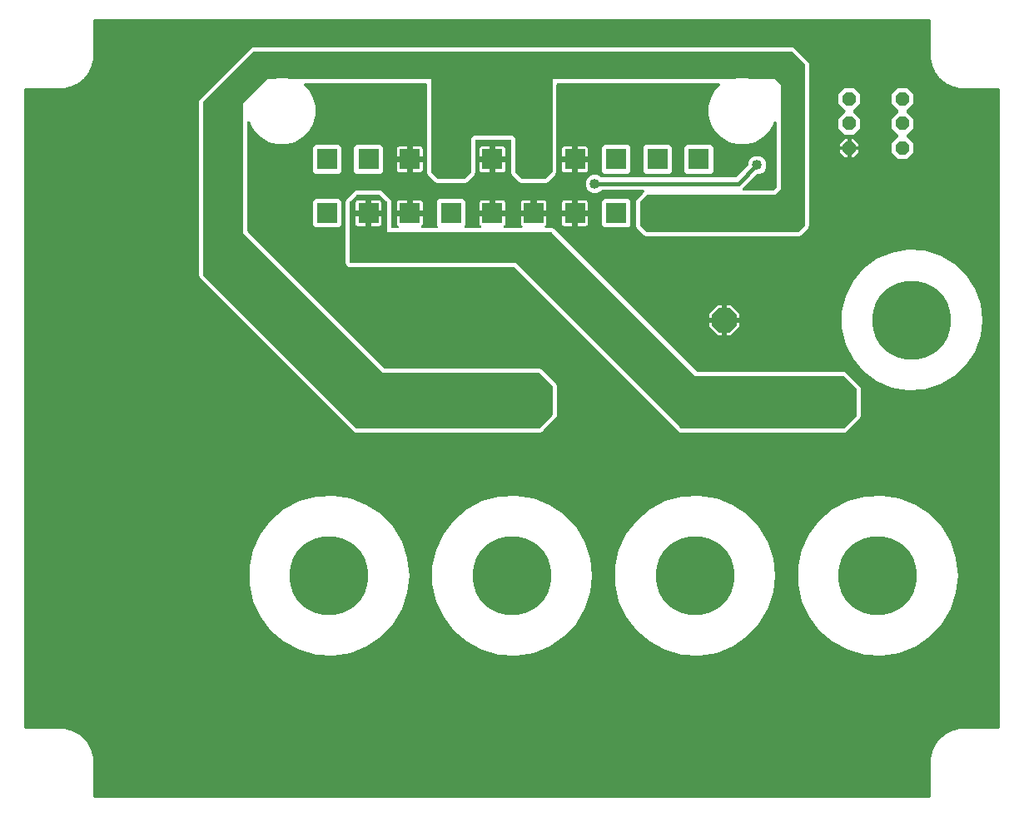
<source format=gbr>
G04 EAGLE Gerber RS-274X export*
G75*
%MOMM*%
%FSLAX34Y34*%
%LPD*%
%INBottom Copper*%
%IPPOS*%
%AMOC8*
5,1,8,0,0,1.08239X$1,22.5*%
G01*
%ADD10P,2.749271X8X202.500000*%
%ADD11C,8.000000*%
%ADD12R,2.100000X2.100000*%
%ADD13P,1.525737X8X112.500000*%
%ADD14C,1.108000*%
%ADD15C,1.016000*%
%ADD16C,1.422400*%
%ADD17C,0.457200*%

G36*
X924438Y4068D02*
X924438Y4068D01*
X924464Y4066D01*
X924611Y4088D01*
X924758Y4105D01*
X924783Y4113D01*
X924809Y4117D01*
X924947Y4172D01*
X925086Y4222D01*
X925108Y4236D01*
X925133Y4246D01*
X925254Y4331D01*
X925379Y4411D01*
X925397Y4430D01*
X925419Y4445D01*
X925518Y4555D01*
X925621Y4662D01*
X925635Y4684D01*
X925652Y4704D01*
X925724Y4834D01*
X925800Y4961D01*
X925808Y4986D01*
X925821Y5009D01*
X925861Y5152D01*
X925906Y5293D01*
X925908Y5319D01*
X925916Y5344D01*
X925935Y5588D01*
X925935Y37916D01*
X925927Y37988D01*
X925928Y38060D01*
X925907Y38160D01*
X925895Y38262D01*
X925871Y38330D01*
X925856Y38401D01*
X925817Y38485D01*
X925931Y40091D01*
X925930Y40130D01*
X925935Y40200D01*
X925935Y43104D01*
X925920Y43241D01*
X925918Y43257D01*
X925935Y43467D01*
X925935Y44485D01*
X926321Y45924D01*
X926324Y45947D01*
X926332Y45968D01*
X926369Y46210D01*
X926381Y46374D01*
X926454Y46498D01*
X926462Y46519D01*
X926469Y46532D01*
X926481Y46573D01*
X926536Y46728D01*
X926764Y47576D01*
X926771Y47629D01*
X926788Y47681D01*
X926797Y47801D01*
X926815Y47921D01*
X926810Y47974D01*
X926814Y48028D01*
X926796Y48148D01*
X926790Y48219D01*
X927267Y49498D01*
X927276Y49534D01*
X927328Y49707D01*
X927644Y51157D01*
X927672Y51193D01*
X927709Y51276D01*
X927755Y51353D01*
X927795Y51465D01*
X927816Y51511D01*
X927822Y51539D01*
X927837Y51584D01*
X928257Y53148D01*
X929244Y54858D01*
X929246Y54862D01*
X929248Y54866D01*
X929352Y55088D01*
X929519Y55536D01*
X929597Y55612D01*
X929732Y55743D01*
X929732Y55744D01*
X929733Y55744D01*
X929733Y55745D01*
X929871Y55945D01*
X930267Y56631D01*
X930282Y56664D01*
X930302Y56694D01*
X930315Y56730D01*
X930328Y56751D01*
X930353Y56828D01*
X930406Y56951D01*
X930412Y56986D01*
X930425Y57020D01*
X930433Y57079D01*
X930434Y57083D01*
X930436Y57098D01*
X930444Y57157D01*
X930462Y57257D01*
X931137Y58159D01*
X931162Y58202D01*
X931237Y58311D01*
X931894Y59448D01*
X931900Y59461D01*
X931912Y59480D01*
X932207Y60020D01*
X932224Y60045D01*
X932253Y60079D01*
X932272Y60115D01*
X932314Y60175D01*
X932741Y60916D01*
X934493Y62667D01*
X934516Y62697D01*
X934635Y62832D01*
X935116Y63474D01*
X935119Y63475D01*
X935135Y63483D01*
X935152Y63488D01*
X935289Y63565D01*
X935427Y63638D01*
X935440Y63650D01*
X935456Y63658D01*
X935642Y63817D01*
X936183Y64358D01*
X936194Y64372D01*
X936208Y64383D01*
X936303Y64508D01*
X936400Y64631D01*
X936407Y64647D01*
X936418Y64661D01*
X936482Y64804D01*
X936516Y64877D01*
X937168Y65365D01*
X937196Y65391D01*
X937333Y65507D01*
X939084Y67259D01*
X939825Y67686D01*
X939912Y67751D01*
X939989Y67798D01*
X940521Y68089D01*
X940533Y68097D01*
X940552Y68106D01*
X941689Y68763D01*
X941730Y68793D01*
X941841Y68863D01*
X942738Y69534D01*
X942739Y69534D01*
X942774Y69541D01*
X942810Y69542D01*
X942944Y69576D01*
X943080Y69604D01*
X943113Y69619D01*
X943148Y69628D01*
X943369Y69733D01*
X944056Y70129D01*
X944196Y70233D01*
X944335Y70336D01*
X944335Y70337D01*
X944443Y70463D01*
X944455Y70477D01*
X944912Y70648D01*
X944916Y70650D01*
X944921Y70651D01*
X945142Y70756D01*
X946851Y71743D01*
X948416Y72163D01*
X948500Y72196D01*
X948587Y72219D01*
X948662Y72260D01*
X948740Y72291D01*
X948814Y72342D01*
X948839Y72355D01*
X950293Y72672D01*
X950329Y72684D01*
X950502Y72733D01*
X951782Y73210D01*
X951783Y73210D01*
X951835Y73197D01*
X951956Y73195D01*
X952076Y73185D01*
X952130Y73193D01*
X952184Y73192D01*
X952413Y73235D01*
X952421Y73236D01*
X952422Y73236D01*
X952424Y73236D01*
X953272Y73464D01*
X953416Y73521D01*
X953563Y73575D01*
X953578Y73585D01*
X953596Y73592D01*
X953637Y73620D01*
X953790Y73631D01*
X953813Y73635D01*
X953835Y73635D01*
X954076Y73679D01*
X955515Y74065D01*
X956533Y74065D01*
X956574Y74069D01*
X956615Y74067D01*
X956705Y74079D01*
X956725Y74074D01*
X956775Y74074D01*
X956896Y74065D01*
X959800Y74065D01*
X959840Y74069D01*
X959909Y74069D01*
X961499Y74182D01*
X961505Y74179D01*
X961604Y74151D01*
X961699Y74114D01*
X961771Y74104D01*
X961840Y74084D01*
X962001Y74071D01*
X962044Y74065D01*
X962060Y74067D01*
X962084Y74065D01*
X994412Y74065D01*
X994438Y74068D01*
X994464Y74066D01*
X994611Y74088D01*
X994758Y74105D01*
X994783Y74113D01*
X994809Y74117D01*
X994947Y74172D01*
X995086Y74222D01*
X995108Y74236D01*
X995133Y74246D01*
X995254Y74331D01*
X995379Y74411D01*
X995397Y74430D01*
X995419Y74445D01*
X995518Y74555D01*
X995621Y74662D01*
X995635Y74684D01*
X995652Y74704D01*
X995724Y74834D01*
X995800Y74961D01*
X995808Y74986D01*
X995821Y75009D01*
X995861Y75152D01*
X995906Y75293D01*
X995908Y75319D01*
X995916Y75344D01*
X995935Y75588D01*
X995935Y724412D01*
X995932Y724438D01*
X995934Y724464D01*
X995912Y724611D01*
X995895Y724758D01*
X995887Y724783D01*
X995883Y724809D01*
X995828Y724947D01*
X995778Y725086D01*
X995764Y725108D01*
X995754Y725133D01*
X995669Y725254D01*
X995589Y725379D01*
X995570Y725397D01*
X995555Y725419D01*
X995445Y725518D01*
X995338Y725621D01*
X995316Y725635D01*
X995296Y725652D01*
X995166Y725724D01*
X995039Y725800D01*
X995014Y725808D01*
X994991Y725821D01*
X994848Y725861D01*
X994707Y725906D01*
X994681Y725908D01*
X994656Y725916D01*
X994412Y725935D01*
X962084Y725935D01*
X962012Y725927D01*
X961940Y725928D01*
X961840Y725907D01*
X961738Y725895D01*
X961670Y725871D01*
X961599Y725856D01*
X961515Y725817D01*
X959909Y725931D01*
X959870Y725930D01*
X959800Y725935D01*
X956896Y725935D01*
X956759Y725920D01*
X956743Y725918D01*
X956533Y725935D01*
X955515Y725935D01*
X954076Y726321D01*
X954053Y726324D01*
X954032Y726332D01*
X953790Y726369D01*
X953626Y726381D01*
X953502Y726454D01*
X953481Y726462D01*
X953468Y726469D01*
X953427Y726481D01*
X953272Y726536D01*
X952424Y726764D01*
X952371Y726771D01*
X952319Y726788D01*
X952199Y726797D01*
X952079Y726815D01*
X952026Y726810D01*
X951972Y726814D01*
X951852Y726796D01*
X951781Y726790D01*
X950502Y727267D01*
X950466Y727276D01*
X950293Y727328D01*
X948843Y727644D01*
X948807Y727672D01*
X948724Y727709D01*
X948647Y727755D01*
X948535Y727795D01*
X948489Y727816D01*
X948461Y727822D01*
X948416Y727837D01*
X946852Y728257D01*
X945142Y729244D01*
X945138Y729246D01*
X945134Y729248D01*
X944912Y729352D01*
X944464Y729519D01*
X944360Y729626D01*
X944257Y729732D01*
X944256Y729732D01*
X944256Y729733D01*
X944255Y729733D01*
X944055Y729871D01*
X943369Y730267D01*
X943336Y730282D01*
X943306Y730302D01*
X943176Y730351D01*
X943049Y730406D01*
X943014Y730412D01*
X942980Y730425D01*
X942843Y730444D01*
X942743Y730462D01*
X941841Y731137D01*
X941798Y731162D01*
X941689Y731237D01*
X940552Y731894D01*
X940539Y731900D01*
X940520Y731912D01*
X939980Y732207D01*
X939955Y732224D01*
X939921Y732253D01*
X939885Y732272D01*
X939825Y732314D01*
X939084Y732741D01*
X937333Y734493D01*
X937303Y734516D01*
X937168Y734635D01*
X936526Y735116D01*
X936525Y735119D01*
X936517Y735135D01*
X936512Y735152D01*
X936435Y735289D01*
X936362Y735427D01*
X936350Y735440D01*
X936342Y735456D01*
X936183Y735642D01*
X935642Y736183D01*
X935628Y736194D01*
X935617Y736208D01*
X935492Y736303D01*
X935369Y736400D01*
X935353Y736407D01*
X935339Y736418D01*
X935196Y736482D01*
X935123Y736516D01*
X934635Y737168D01*
X934609Y737195D01*
X934493Y737333D01*
X932741Y739084D01*
X932314Y739825D01*
X932249Y739912D01*
X932203Y739986D01*
X931911Y740520D01*
X931903Y740532D01*
X931894Y740552D01*
X931237Y741689D01*
X931207Y741729D01*
X931137Y741841D01*
X930466Y742738D01*
X930466Y742739D01*
X930459Y742774D01*
X930458Y742810D01*
X930424Y742944D01*
X930396Y743080D01*
X930381Y743113D01*
X930372Y743148D01*
X930267Y743369D01*
X929871Y744055D01*
X929777Y744183D01*
X929664Y744335D01*
X929663Y744335D01*
X929527Y744451D01*
X929523Y744455D01*
X929352Y744912D01*
X929350Y744916D01*
X929349Y744921D01*
X929281Y745063D01*
X929273Y745085D01*
X929267Y745093D01*
X929244Y745142D01*
X928257Y746852D01*
X927837Y748416D01*
X927804Y748500D01*
X927780Y748588D01*
X927740Y748662D01*
X927709Y748740D01*
X927658Y748815D01*
X927645Y748839D01*
X927328Y750293D01*
X927316Y750329D01*
X927267Y750502D01*
X926790Y751782D01*
X926790Y751783D01*
X926803Y751835D01*
X926805Y751956D01*
X926815Y752076D01*
X926807Y752130D01*
X926808Y752184D01*
X926765Y752413D01*
X926764Y752421D01*
X926764Y752422D01*
X926764Y752424D01*
X926536Y753272D01*
X926479Y753416D01*
X926425Y753563D01*
X926415Y753578D01*
X926408Y753596D01*
X926380Y753637D01*
X926369Y753790D01*
X926365Y753813D01*
X926365Y753835D01*
X926321Y754076D01*
X925935Y755515D01*
X925935Y756533D01*
X925931Y756574D01*
X925933Y756615D01*
X925921Y756705D01*
X925926Y756725D01*
X925926Y756775D01*
X925935Y756896D01*
X925935Y759800D01*
X925931Y759840D01*
X925931Y759909D01*
X925818Y761499D01*
X925821Y761505D01*
X925849Y761604D01*
X925886Y761699D01*
X925896Y761771D01*
X925916Y761840D01*
X925929Y762001D01*
X925935Y762044D01*
X925933Y762060D01*
X925935Y762084D01*
X925935Y794412D01*
X925932Y794438D01*
X925934Y794464D01*
X925912Y794611D01*
X925895Y794758D01*
X925887Y794783D01*
X925883Y794809D01*
X925828Y794947D01*
X925778Y795086D01*
X925764Y795108D01*
X925754Y795133D01*
X925669Y795254D01*
X925589Y795379D01*
X925570Y795397D01*
X925555Y795419D01*
X925445Y795518D01*
X925338Y795621D01*
X925316Y795635D01*
X925296Y795652D01*
X925166Y795724D01*
X925039Y795800D01*
X925014Y795808D01*
X924991Y795821D01*
X924848Y795861D01*
X924707Y795906D01*
X924681Y795908D01*
X924656Y795916D01*
X924412Y795935D01*
X75588Y795935D01*
X75562Y795932D01*
X75536Y795934D01*
X75389Y795912D01*
X75242Y795895D01*
X75217Y795887D01*
X75191Y795883D01*
X75053Y795828D01*
X74914Y795778D01*
X74892Y795764D01*
X74867Y795754D01*
X74746Y795669D01*
X74621Y795589D01*
X74603Y795570D01*
X74581Y795555D01*
X74482Y795445D01*
X74379Y795338D01*
X74365Y795316D01*
X74348Y795296D01*
X74276Y795166D01*
X74200Y795039D01*
X74192Y795014D01*
X74179Y794991D01*
X74139Y794848D01*
X74094Y794707D01*
X74092Y794681D01*
X74084Y794656D01*
X74065Y794412D01*
X74065Y762084D01*
X74073Y762012D01*
X74072Y761940D01*
X74093Y761840D01*
X74105Y761738D01*
X74129Y761670D01*
X74144Y761599D01*
X74183Y761515D01*
X74069Y759909D01*
X74070Y759870D01*
X74065Y759800D01*
X74065Y756896D01*
X74080Y756759D01*
X74082Y756743D01*
X74065Y756533D01*
X74065Y755515D01*
X73679Y754076D01*
X73676Y754053D01*
X73668Y754032D01*
X73631Y753790D01*
X73619Y753626D01*
X73546Y753502D01*
X73538Y753481D01*
X73531Y753468D01*
X73519Y753427D01*
X73464Y753272D01*
X73236Y752424D01*
X73229Y752371D01*
X73212Y752319D01*
X73203Y752199D01*
X73185Y752079D01*
X73190Y752026D01*
X73186Y751972D01*
X73204Y751852D01*
X73210Y751781D01*
X72733Y750502D01*
X72724Y750466D01*
X72672Y750293D01*
X72356Y748843D01*
X72328Y748807D01*
X72291Y748724D01*
X72245Y748647D01*
X72205Y748535D01*
X72184Y748489D01*
X72178Y748460D01*
X72163Y748416D01*
X71743Y746852D01*
X70756Y745142D01*
X70754Y745138D01*
X70752Y745134D01*
X70699Y745020D01*
X70681Y744991D01*
X70673Y744966D01*
X70648Y744912D01*
X70481Y744464D01*
X70374Y744360D01*
X70268Y744257D01*
X70268Y744256D01*
X70267Y744256D01*
X70267Y744255D01*
X70129Y744055D01*
X69733Y743369D01*
X69718Y743336D01*
X69698Y743306D01*
X69649Y743176D01*
X69594Y743049D01*
X69588Y743014D01*
X69575Y742980D01*
X69556Y742843D01*
X69538Y742743D01*
X68863Y741841D01*
X68838Y741798D01*
X68763Y741689D01*
X68106Y740552D01*
X68100Y740539D01*
X68089Y740520D01*
X67793Y739980D01*
X67776Y739955D01*
X67747Y739921D01*
X67728Y739885D01*
X67686Y739825D01*
X67259Y739084D01*
X65507Y737333D01*
X65484Y737303D01*
X65365Y737168D01*
X64884Y736526D01*
X64881Y736525D01*
X64865Y736517D01*
X64848Y736512D01*
X64711Y736435D01*
X64573Y736362D01*
X64560Y736350D01*
X64544Y736342D01*
X64358Y736183D01*
X63817Y735642D01*
X63806Y735628D01*
X63792Y735617D01*
X63697Y735492D01*
X63600Y735369D01*
X63593Y735353D01*
X63582Y735339D01*
X63518Y735196D01*
X63484Y735123D01*
X62832Y734635D01*
X62805Y734609D01*
X62667Y734493D01*
X60916Y732741D01*
X60175Y732314D01*
X60088Y732249D01*
X60014Y732203D01*
X59480Y731911D01*
X59468Y731903D01*
X59448Y731894D01*
X58311Y731237D01*
X58271Y731207D01*
X58159Y731137D01*
X57262Y730466D01*
X57261Y730466D01*
X57226Y730459D01*
X57190Y730458D01*
X57056Y730424D01*
X56920Y730396D01*
X56887Y730381D01*
X56852Y730372D01*
X56631Y730267D01*
X55945Y729871D01*
X55791Y729757D01*
X55665Y729664D01*
X55665Y729663D01*
X55545Y729523D01*
X55088Y729352D01*
X55084Y729350D01*
X55079Y729349D01*
X54858Y729244D01*
X53148Y728257D01*
X51584Y727837D01*
X51500Y727804D01*
X51412Y727780D01*
X51338Y727740D01*
X51260Y727709D01*
X51185Y727658D01*
X51161Y727645D01*
X49707Y727328D01*
X49671Y727316D01*
X49498Y727267D01*
X48218Y726790D01*
X48217Y726790D01*
X48165Y726803D01*
X48044Y726805D01*
X47924Y726815D01*
X47870Y726807D01*
X47816Y726808D01*
X47587Y726765D01*
X47579Y726764D01*
X47578Y726764D01*
X47576Y726764D01*
X46728Y726536D01*
X46584Y726479D01*
X46437Y726425D01*
X46422Y726415D01*
X46404Y726408D01*
X46363Y726380D01*
X46210Y726369D01*
X46187Y726365D01*
X46165Y726365D01*
X45924Y726321D01*
X44485Y725935D01*
X43467Y725935D01*
X43426Y725931D01*
X43385Y725933D01*
X43295Y725921D01*
X43275Y725926D01*
X43225Y725926D01*
X43104Y725935D01*
X40200Y725935D01*
X40160Y725931D01*
X40091Y725931D01*
X38501Y725818D01*
X38495Y725821D01*
X38396Y725849D01*
X38301Y725886D01*
X38229Y725896D01*
X38160Y725916D01*
X37999Y725929D01*
X37956Y725935D01*
X37940Y725933D01*
X37916Y725935D01*
X5588Y725935D01*
X5562Y725932D01*
X5536Y725934D01*
X5389Y725912D01*
X5242Y725895D01*
X5217Y725887D01*
X5191Y725883D01*
X5053Y725828D01*
X4914Y725778D01*
X4892Y725764D01*
X4867Y725754D01*
X4746Y725669D01*
X4621Y725589D01*
X4603Y725570D01*
X4581Y725555D01*
X4482Y725445D01*
X4379Y725338D01*
X4365Y725316D01*
X4348Y725296D01*
X4276Y725166D01*
X4200Y725039D01*
X4192Y725014D01*
X4179Y724991D01*
X4139Y724848D01*
X4094Y724707D01*
X4092Y724681D01*
X4084Y724656D01*
X4065Y724412D01*
X4065Y75588D01*
X4068Y75562D01*
X4066Y75536D01*
X4088Y75389D01*
X4105Y75242D01*
X4113Y75217D01*
X4117Y75191D01*
X4172Y75053D01*
X4222Y74914D01*
X4236Y74892D01*
X4246Y74867D01*
X4331Y74746D01*
X4411Y74621D01*
X4430Y74603D01*
X4445Y74581D01*
X4555Y74482D01*
X4662Y74379D01*
X4684Y74365D01*
X4704Y74348D01*
X4834Y74276D01*
X4961Y74200D01*
X4986Y74192D01*
X5009Y74179D01*
X5152Y74139D01*
X5293Y74094D01*
X5319Y74092D01*
X5344Y74084D01*
X5588Y74065D01*
X37916Y74065D01*
X37988Y74073D01*
X38060Y74072D01*
X38160Y74093D01*
X38262Y74105D01*
X38330Y74129D01*
X38401Y74144D01*
X38485Y74183D01*
X40091Y74069D01*
X40130Y74070D01*
X40200Y74065D01*
X43104Y74065D01*
X43241Y74080D01*
X43257Y74082D01*
X43467Y74065D01*
X44485Y74065D01*
X45924Y73679D01*
X45947Y73676D01*
X45968Y73668D01*
X46210Y73631D01*
X46374Y73619D01*
X46498Y73546D01*
X46519Y73538D01*
X46532Y73531D01*
X46573Y73519D01*
X46728Y73464D01*
X47576Y73236D01*
X47629Y73229D01*
X47681Y73212D01*
X47801Y73203D01*
X47921Y73185D01*
X47974Y73190D01*
X48028Y73186D01*
X48148Y73204D01*
X48219Y73210D01*
X49498Y72733D01*
X49534Y72724D01*
X49707Y72672D01*
X51157Y72356D01*
X51194Y72328D01*
X51276Y72291D01*
X51354Y72245D01*
X51465Y72205D01*
X51511Y72184D01*
X51540Y72178D01*
X51584Y72163D01*
X53149Y71743D01*
X54858Y70756D01*
X54862Y70754D01*
X54866Y70752D01*
X55088Y70648D01*
X55536Y70481D01*
X55624Y70391D01*
X55743Y70268D01*
X55744Y70268D01*
X55744Y70267D01*
X55745Y70267D01*
X55944Y70129D01*
X56631Y69733D01*
X56664Y69718D01*
X56694Y69698D01*
X56824Y69649D01*
X56951Y69594D01*
X56986Y69588D01*
X57020Y69575D01*
X57157Y69556D01*
X57257Y69538D01*
X58159Y68863D01*
X58202Y68838D01*
X58311Y68763D01*
X59448Y68106D01*
X59461Y68101D01*
X59479Y68089D01*
X60020Y67793D01*
X60046Y67776D01*
X60080Y67746D01*
X60116Y67727D01*
X60175Y67686D01*
X60916Y67259D01*
X62667Y65507D01*
X62697Y65484D01*
X62832Y65365D01*
X63474Y64884D01*
X63475Y64881D01*
X63483Y64865D01*
X63488Y64848D01*
X63565Y64711D01*
X63638Y64573D01*
X63650Y64560D01*
X63658Y64544D01*
X63817Y64358D01*
X64358Y63817D01*
X64372Y63806D01*
X64383Y63792D01*
X64508Y63697D01*
X64631Y63600D01*
X64647Y63593D01*
X64661Y63582D01*
X64804Y63518D01*
X64877Y63484D01*
X65365Y62832D01*
X65391Y62804D01*
X65507Y62667D01*
X67259Y60916D01*
X67686Y60175D01*
X67751Y60088D01*
X67798Y60011D01*
X68089Y59479D01*
X68097Y59467D01*
X68106Y59448D01*
X68763Y58311D01*
X68793Y58271D01*
X68863Y58159D01*
X69534Y57262D01*
X69534Y57261D01*
X69541Y57226D01*
X69542Y57190D01*
X69576Y57056D01*
X69584Y57016D01*
X69589Y56982D01*
X69593Y56972D01*
X69604Y56920D01*
X69619Y56887D01*
X69628Y56852D01*
X69709Y56682D01*
X69718Y56658D01*
X69724Y56649D01*
X69733Y56631D01*
X70129Y55944D01*
X70239Y55796D01*
X70336Y55665D01*
X70337Y55665D01*
X70476Y55547D01*
X70477Y55545D01*
X70648Y55088D01*
X70650Y55084D01*
X70651Y55079D01*
X70756Y54858D01*
X71743Y53148D01*
X72163Y51584D01*
X72196Y51500D01*
X72220Y51412D01*
X72260Y51338D01*
X72291Y51260D01*
X72342Y51185D01*
X72355Y51161D01*
X72672Y49707D01*
X72684Y49671D01*
X72733Y49498D01*
X73210Y48218D01*
X73210Y48217D01*
X73197Y48165D01*
X73195Y48044D01*
X73185Y47924D01*
X73193Y47870D01*
X73192Y47816D01*
X73235Y47587D01*
X73236Y47579D01*
X73236Y47578D01*
X73236Y47576D01*
X73464Y46728D01*
X73521Y46584D01*
X73575Y46437D01*
X73585Y46422D01*
X73592Y46404D01*
X73620Y46363D01*
X73631Y46210D01*
X73635Y46187D01*
X73635Y46165D01*
X73679Y45924D01*
X74065Y44485D01*
X74065Y43467D01*
X74069Y43426D01*
X74067Y43385D01*
X74079Y43295D01*
X74074Y43275D01*
X74074Y43225D01*
X74065Y43104D01*
X74065Y40200D01*
X74069Y40160D01*
X74069Y40091D01*
X74182Y38501D01*
X74179Y38495D01*
X74151Y38396D01*
X74114Y38301D01*
X74104Y38229D01*
X74084Y38160D01*
X74071Y37999D01*
X74065Y37956D01*
X74067Y37940D01*
X74065Y37916D01*
X74065Y5588D01*
X74068Y5562D01*
X74066Y5536D01*
X74088Y5389D01*
X74105Y5242D01*
X74113Y5217D01*
X74117Y5191D01*
X74172Y5053D01*
X74222Y4914D01*
X74236Y4892D01*
X74246Y4867D01*
X74331Y4746D01*
X74411Y4621D01*
X74430Y4603D01*
X74445Y4581D01*
X74555Y4482D01*
X74662Y4379D01*
X74684Y4365D01*
X74704Y4348D01*
X74834Y4276D01*
X74961Y4200D01*
X74986Y4192D01*
X75009Y4179D01*
X75152Y4139D01*
X75293Y4094D01*
X75319Y4092D01*
X75344Y4084D01*
X75588Y4065D01*
X924412Y4065D01*
X924438Y4068D01*
G37*
%LPC*%
G36*
X526998Y375311D02*
X526998Y375311D01*
X526997Y375311D01*
X525619Y375311D01*
X525609Y375312D01*
X342921Y375411D01*
X342920Y375411D01*
X341787Y375411D01*
X340763Y375836D01*
X340762Y375836D01*
X339733Y376263D01*
X338932Y377064D01*
X338932Y377065D01*
X338931Y377065D01*
X184248Y531748D01*
X182462Y533534D01*
X181611Y535588D01*
X181611Y712212D01*
X182462Y714266D01*
X234834Y766638D01*
X236888Y767489D01*
X785212Y767489D01*
X787266Y766638D01*
X801538Y752366D01*
X802389Y750312D01*
X802389Y586163D01*
X801538Y584109D01*
X793616Y576187D01*
X791562Y575336D01*
X636938Y575336D01*
X634884Y576187D01*
X626962Y584109D01*
X626111Y586163D01*
X626111Y610612D01*
X626962Y612666D01*
X633098Y618801D01*
X633995Y619699D01*
X634058Y619778D01*
X634127Y619850D01*
X634166Y619914D01*
X634212Y619972D01*
X634255Y620063D01*
X634306Y620149D01*
X634329Y620220D01*
X634361Y620287D01*
X634382Y620385D01*
X634413Y620481D01*
X634419Y620555D01*
X634434Y620628D01*
X634432Y620728D01*
X634441Y620828D01*
X634429Y620902D01*
X634428Y620976D01*
X634404Y621073D01*
X634389Y621173D01*
X634361Y621242D01*
X634343Y621314D01*
X634297Y621403D01*
X634260Y621497D01*
X634218Y621558D01*
X634184Y621624D01*
X634118Y621701D01*
X634061Y621783D01*
X634006Y621833D01*
X633958Y621889D01*
X633877Y621949D01*
X633802Y622016D01*
X633737Y622052D01*
X633677Y622097D01*
X633585Y622136D01*
X633497Y622185D01*
X633426Y622205D01*
X633357Y622235D01*
X633259Y622252D01*
X633162Y622280D01*
X633062Y622288D01*
X633014Y622296D01*
X632979Y622294D01*
X632918Y622299D01*
X591413Y622299D01*
X591287Y622285D01*
X591161Y622278D01*
X591115Y622265D01*
X591067Y622259D01*
X590948Y622217D01*
X590826Y622182D01*
X590784Y622158D01*
X590739Y622142D01*
X590632Y622073D01*
X590522Y622012D01*
X590476Y621972D01*
X590446Y621953D01*
X590412Y621918D01*
X590336Y621853D01*
X589380Y620898D01*
X586019Y619505D01*
X582381Y619505D01*
X579020Y620898D01*
X576448Y623470D01*
X575055Y626831D01*
X575055Y630469D01*
X576448Y633830D01*
X579020Y636402D01*
X582381Y637795D01*
X586019Y637795D01*
X589380Y636402D01*
X590336Y635447D01*
X590435Y635368D01*
X590529Y635284D01*
X590571Y635260D01*
X590609Y635230D01*
X590723Y635176D01*
X590834Y635115D01*
X590880Y635102D01*
X590924Y635081D01*
X591047Y635055D01*
X591169Y635020D01*
X591230Y635015D01*
X591265Y635008D01*
X591313Y635009D01*
X591413Y635001D01*
X726988Y635001D01*
X727114Y635015D01*
X727240Y635022D01*
X727287Y635035D01*
X727335Y635041D01*
X727454Y635083D01*
X727575Y635118D01*
X727617Y635142D01*
X727663Y635158D01*
X727769Y635227D01*
X727879Y635288D01*
X727926Y635328D01*
X727956Y635347D01*
X727989Y635382D01*
X728066Y635447D01*
X739709Y647090D01*
X739788Y647189D01*
X739872Y647283D01*
X739896Y647326D01*
X739926Y647363D01*
X739980Y647478D01*
X740041Y647588D01*
X740054Y647635D01*
X740075Y647679D01*
X740101Y647802D01*
X740136Y647924D01*
X740141Y647984D01*
X740148Y648019D01*
X740147Y648067D01*
X740155Y648168D01*
X740155Y649519D01*
X741548Y652880D01*
X744120Y655452D01*
X747481Y656845D01*
X751119Y656845D01*
X754480Y655452D01*
X757052Y652880D01*
X758445Y649519D01*
X758445Y645881D01*
X757052Y642520D01*
X754480Y639948D01*
X751119Y638555D01*
X749768Y638555D01*
X749642Y638541D01*
X749516Y638534D01*
X749469Y638521D01*
X749421Y638515D01*
X749302Y638473D01*
X749181Y638438D01*
X749139Y638414D01*
X749093Y638398D01*
X748987Y638329D01*
X748877Y638268D01*
X748831Y638228D01*
X748800Y638209D01*
X748767Y638174D01*
X748690Y638109D01*
X734620Y624039D01*
X734558Y623961D01*
X734488Y623888D01*
X734450Y623824D01*
X734404Y623766D01*
X734361Y623675D01*
X734309Y623589D01*
X734287Y623518D01*
X734255Y623451D01*
X734234Y623353D01*
X734203Y623257D01*
X734197Y623183D01*
X734181Y623110D01*
X734183Y623010D01*
X734175Y622910D01*
X734186Y622836D01*
X734187Y622762D01*
X734212Y622665D01*
X734227Y622565D01*
X734254Y622496D01*
X734272Y622424D01*
X734318Y622334D01*
X734356Y622241D01*
X734398Y622180D01*
X734432Y622114D01*
X734497Y622037D01*
X734554Y621955D01*
X734610Y621905D01*
X734658Y621849D01*
X734739Y621789D01*
X734813Y621722D01*
X734878Y621686D01*
X734938Y621641D01*
X735030Y621602D01*
X735118Y621553D01*
X735190Y621533D01*
X735258Y621503D01*
X735357Y621486D01*
X735454Y621458D01*
X735554Y621450D01*
X735601Y621442D01*
X735637Y621444D01*
X735697Y621439D01*
X765279Y621439D01*
X765405Y621453D01*
X765531Y621460D01*
X765577Y621473D01*
X765625Y621479D01*
X765744Y621521D01*
X765866Y621556D01*
X765908Y621580D01*
X765953Y621596D01*
X766060Y621665D01*
X766170Y621726D01*
X766216Y621766D01*
X766246Y621785D01*
X766280Y621820D01*
X766356Y621885D01*
X768540Y624069D01*
X768619Y624168D01*
X768703Y624262D01*
X768727Y624304D01*
X768757Y624342D01*
X768811Y624456D01*
X768872Y624567D01*
X768885Y624613D01*
X768906Y624657D01*
X768932Y624780D01*
X768967Y624902D01*
X768972Y624963D01*
X768979Y624998D01*
X768978Y625046D01*
X768986Y625146D01*
X768986Y690384D01*
X768969Y690533D01*
X768957Y690682D01*
X768949Y690706D01*
X768946Y690731D01*
X768896Y690872D01*
X768850Y691014D01*
X768837Y691035D01*
X768829Y691059D01*
X768748Y691185D01*
X768671Y691313D01*
X768653Y691331D01*
X768640Y691351D01*
X768532Y691455D01*
X768428Y691563D01*
X768407Y691576D01*
X768389Y691594D01*
X768261Y691670D01*
X768135Y691751D01*
X768111Y691760D01*
X768090Y691772D01*
X767948Y691818D01*
X767807Y691868D01*
X767782Y691871D01*
X767758Y691879D01*
X767609Y691891D01*
X767460Y691908D01*
X767436Y691905D01*
X767411Y691907D01*
X767263Y691884D01*
X767114Y691867D01*
X767091Y691859D01*
X767066Y691855D01*
X766927Y691800D01*
X766786Y691749D01*
X766765Y691735D01*
X766742Y691726D01*
X766619Y691641D01*
X766494Y691559D01*
X766477Y691541D01*
X766456Y691527D01*
X766356Y691416D01*
X766252Y691308D01*
X766239Y691287D01*
X766223Y691269D01*
X766150Y691137D01*
X766074Y691009D01*
X766064Y690981D01*
X766054Y690963D01*
X766041Y690918D01*
X765992Y690779D01*
X765743Y689852D01*
X761259Y682084D01*
X754916Y675741D01*
X747148Y671257D01*
X738485Y668935D01*
X729515Y668935D01*
X720852Y671257D01*
X713084Y675741D01*
X706741Y682084D01*
X702257Y689852D01*
X699935Y698515D01*
X699935Y707485D01*
X702257Y716148D01*
X706741Y723916D01*
X711136Y728311D01*
X711198Y728389D01*
X711268Y728462D01*
X711307Y728526D01*
X711353Y728584D01*
X711396Y728675D01*
X711447Y728761D01*
X711470Y728832D01*
X711502Y728899D01*
X711523Y728997D01*
X711553Y729093D01*
X711559Y729167D01*
X711575Y729240D01*
X711573Y729340D01*
X711581Y729440D01*
X711570Y729514D01*
X711569Y729588D01*
X711545Y729685D01*
X711530Y729785D01*
X711502Y729854D01*
X711484Y729926D01*
X711438Y730016D01*
X711401Y730109D01*
X711359Y730170D01*
X711324Y730236D01*
X711259Y730313D01*
X711202Y730395D01*
X711147Y730445D01*
X711099Y730501D01*
X711018Y730561D01*
X710943Y730628D01*
X710878Y730664D01*
X710818Y730709D01*
X710726Y730748D01*
X710638Y730797D01*
X710567Y730817D01*
X710498Y730847D01*
X710400Y730864D01*
X710303Y730892D01*
X710203Y730900D01*
X710155Y730908D01*
X710120Y730906D01*
X710059Y730911D01*
X546737Y730911D01*
X546711Y730908D01*
X546685Y730910D01*
X546538Y730888D01*
X546391Y730871D01*
X546366Y730863D01*
X546340Y730859D01*
X546202Y730804D01*
X546063Y730754D01*
X546041Y730740D01*
X546016Y730730D01*
X545895Y730645D01*
X545770Y730565D01*
X545752Y730546D01*
X545730Y730531D01*
X545631Y730421D01*
X545528Y730314D01*
X545514Y730292D01*
X545497Y730272D01*
X545425Y730142D01*
X545349Y730015D01*
X545341Y729990D01*
X545328Y729967D01*
X545288Y729824D01*
X545243Y729683D01*
X545241Y729657D01*
X545233Y729632D01*
X545214Y729388D01*
X545214Y640138D01*
X544363Y638084D01*
X536441Y630162D01*
X534387Y629311D01*
X509938Y629311D01*
X507884Y630162D01*
X499962Y638084D01*
X499111Y640138D01*
X499111Y672238D01*
X499108Y672264D01*
X499110Y672290D01*
X499088Y672437D01*
X499071Y672584D01*
X499063Y672609D01*
X499059Y672635D01*
X499004Y672773D01*
X498954Y672912D01*
X498940Y672934D01*
X498930Y672959D01*
X498845Y673080D01*
X498765Y673205D01*
X498746Y673223D01*
X498731Y673245D01*
X498621Y673344D01*
X498514Y673447D01*
X498492Y673461D01*
X498472Y673478D01*
X498342Y673550D01*
X498215Y673626D01*
X498190Y673634D01*
X498167Y673647D01*
X498024Y673687D01*
X497883Y673732D01*
X497857Y673734D01*
X497832Y673742D01*
X497588Y673761D01*
X464187Y673761D01*
X464161Y673758D01*
X464135Y673760D01*
X463988Y673738D01*
X463841Y673721D01*
X463816Y673713D01*
X463790Y673709D01*
X463652Y673654D01*
X463513Y673604D01*
X463491Y673590D01*
X463466Y673580D01*
X463345Y673495D01*
X463220Y673415D01*
X463202Y673396D01*
X463180Y673381D01*
X463081Y673271D01*
X462978Y673164D01*
X462964Y673142D01*
X462947Y673122D01*
X462875Y672992D01*
X462799Y672865D01*
X462791Y672840D01*
X462778Y672817D01*
X462738Y672674D01*
X462693Y672533D01*
X462691Y672507D01*
X462683Y672482D01*
X462664Y672238D01*
X462664Y640138D01*
X461813Y638084D01*
X453891Y630162D01*
X451837Y629311D01*
X424213Y629311D01*
X422159Y630162D01*
X414237Y638084D01*
X413386Y640138D01*
X413386Y729388D01*
X413383Y729414D01*
X413385Y729440D01*
X413363Y729587D01*
X413346Y729734D01*
X413338Y729759D01*
X413334Y729785D01*
X413279Y729923D01*
X413229Y730062D01*
X413215Y730084D01*
X413205Y730109D01*
X413120Y730230D01*
X413040Y730355D01*
X413021Y730373D01*
X413006Y730395D01*
X412896Y730494D01*
X412789Y730597D01*
X412767Y730611D01*
X412747Y730628D01*
X412617Y730700D01*
X412490Y730776D01*
X412465Y730784D01*
X412442Y730797D01*
X412299Y730837D01*
X412158Y730882D01*
X412132Y730884D01*
X412107Y730892D01*
X411863Y730911D01*
X289941Y730911D01*
X289841Y730900D01*
X289741Y730898D01*
X289669Y730880D01*
X289595Y730871D01*
X289500Y730838D01*
X289403Y730813D01*
X289337Y730779D01*
X289267Y730754D01*
X289182Y730699D01*
X289093Y730653D01*
X289036Y730605D01*
X288974Y730565D01*
X288904Y730493D01*
X288828Y730428D01*
X288783Y730368D01*
X288732Y730314D01*
X288680Y730228D01*
X288620Y730147D01*
X288591Y730079D01*
X288553Y730015D01*
X288522Y729919D01*
X288482Y729827D01*
X288469Y729754D01*
X288447Y729683D01*
X288439Y729583D01*
X288421Y729484D01*
X288425Y729410D01*
X288419Y729336D01*
X288434Y729236D01*
X288439Y729136D01*
X288459Y729065D01*
X288470Y728991D01*
X288507Y728898D01*
X288535Y728801D01*
X288572Y728736D01*
X288599Y728667D01*
X288656Y728585D01*
X288705Y728497D01*
X288771Y728421D01*
X288798Y728381D01*
X288824Y728357D01*
X288864Y728311D01*
X293259Y723916D01*
X297743Y716148D01*
X300065Y707485D01*
X300065Y698515D01*
X297743Y689852D01*
X293259Y682084D01*
X286916Y675741D01*
X279148Y671257D01*
X270485Y668935D01*
X261515Y668935D01*
X252852Y671257D01*
X245084Y675741D01*
X238741Y682084D01*
X234257Y689852D01*
X233883Y691245D01*
X233828Y691384D01*
X233778Y691525D01*
X233764Y691546D01*
X233755Y691569D01*
X233670Y691692D01*
X233589Y691818D01*
X233571Y691835D01*
X233557Y691856D01*
X233446Y691956D01*
X233338Y692060D01*
X233317Y692073D01*
X233298Y692090D01*
X233167Y692162D01*
X233039Y692239D01*
X233015Y692247D01*
X232994Y692259D01*
X232849Y692300D01*
X232707Y692345D01*
X232682Y692347D01*
X232658Y692354D01*
X232509Y692361D01*
X232360Y692373D01*
X232335Y692369D01*
X232310Y692371D01*
X232164Y692344D01*
X232015Y692321D01*
X231992Y692312D01*
X231968Y692308D01*
X231830Y692248D01*
X231691Y692193D01*
X231671Y692179D01*
X231648Y692169D01*
X231528Y692079D01*
X231405Y691994D01*
X231388Y691975D01*
X231369Y691961D01*
X231272Y691846D01*
X231172Y691735D01*
X231160Y691713D01*
X231144Y691694D01*
X231076Y691561D01*
X231003Y691430D01*
X230996Y691406D01*
X230985Y691384D01*
X230949Y691239D01*
X230908Y691095D01*
X230906Y691065D01*
X230901Y691046D01*
X230901Y690998D01*
X230889Y690851D01*
X230889Y580921D01*
X230903Y580795D01*
X230910Y580669D01*
X230923Y580623D01*
X230929Y580575D01*
X230971Y580456D01*
X231006Y580334D01*
X231030Y580292D01*
X231046Y580247D01*
X231115Y580140D01*
X231176Y580030D01*
X231216Y579984D01*
X231235Y579954D01*
X231270Y579920D01*
X231335Y579844D01*
X370169Y441010D01*
X370268Y440931D01*
X370362Y440847D01*
X370404Y440823D01*
X370442Y440793D01*
X370556Y440739D01*
X370667Y440678D01*
X370713Y440665D01*
X370757Y440644D01*
X370880Y440618D01*
X371002Y440583D01*
X371063Y440578D01*
X371098Y440571D01*
X371146Y440572D01*
X371246Y440564D01*
X525768Y440564D01*
X525869Y440575D01*
X527168Y440564D01*
X527173Y440564D01*
X527181Y440564D01*
X528287Y440564D01*
X529305Y440131D01*
X529311Y440130D01*
X529318Y440126D01*
X530340Y439703D01*
X531115Y438914D01*
X531119Y438911D01*
X531124Y438904D01*
X532015Y438013D01*
X532105Y437906D01*
X543690Y426114D01*
X543694Y426110D01*
X543700Y426104D01*
X544481Y425323D01*
X544895Y424298D01*
X544898Y424293D01*
X544900Y424286D01*
X545324Y423263D01*
X545314Y422157D01*
X545314Y422152D01*
X545314Y422144D01*
X545314Y392488D01*
X544463Y390434D01*
X542677Y388648D01*
X531976Y377947D01*
X531971Y377942D01*
X531965Y377935D01*
X531960Y377931D01*
X531957Y377927D01*
X530960Y376931D01*
X530959Y376931D01*
X530190Y376161D01*
X529147Y375730D01*
X529146Y375729D01*
X528135Y375311D01*
X526998Y375311D01*
G37*
%LPD*%
G36*
X527150Y379391D02*
X527150Y379391D01*
X527277Y379398D01*
X527323Y379411D01*
X527370Y379416D01*
X527490Y379459D01*
X527612Y379494D01*
X527654Y379518D01*
X527699Y379534D01*
X527805Y379602D01*
X527916Y379664D01*
X527962Y379703D01*
X527991Y379723D01*
X528025Y379757D01*
X528102Y379823D01*
X540802Y392523D01*
X540881Y392622D01*
X540965Y392716D01*
X540989Y392758D01*
X541019Y392796D01*
X541073Y392910D01*
X541134Y393021D01*
X541147Y393067D01*
X541168Y393111D01*
X541194Y393234D01*
X541229Y393356D01*
X541234Y393417D01*
X541241Y393452D01*
X541240Y393500D01*
X541248Y393600D01*
X541248Y422175D01*
X541235Y422294D01*
X541229Y422413D01*
X541215Y422467D01*
X541208Y422521D01*
X541168Y422634D01*
X541136Y422749D01*
X541109Y422797D01*
X541091Y422849D01*
X541026Y422950D01*
X540968Y423055D01*
X540923Y423109D01*
X540902Y423142D01*
X540869Y423174D01*
X540812Y423243D01*
X528237Y436043D01*
X528133Y436126D01*
X528034Y436215D01*
X527998Y436235D01*
X527966Y436262D01*
X527846Y436319D01*
X527729Y436384D01*
X527689Y436395D01*
X527652Y436413D01*
X527522Y436442D01*
X527394Y436479D01*
X527342Y436483D01*
X527312Y436490D01*
X527262Y436489D01*
X527150Y436498D01*
X368931Y436498D01*
X226823Y578606D01*
X226823Y710469D01*
X239287Y722933D01*
X239335Y722993D01*
X239390Y723047D01*
X239474Y723168D01*
X239503Y723206D01*
X239512Y723223D01*
X239529Y723248D01*
X239555Y723293D01*
X245707Y729445D01*
X245752Y729471D01*
X245814Y729517D01*
X245881Y729555D01*
X245993Y729650D01*
X246032Y729679D01*
X246045Y729694D01*
X246067Y729713D01*
X251331Y734977D01*
X257448Y734977D01*
X257524Y734986D01*
X257602Y734985D01*
X257747Y735011D01*
X257794Y735017D01*
X257813Y735023D01*
X257842Y735029D01*
X261649Y736049D01*
X270351Y736049D01*
X274158Y735029D01*
X274234Y735017D01*
X274308Y734996D01*
X274456Y734985D01*
X274503Y734978D01*
X274522Y734979D01*
X274552Y734977D01*
X417452Y734977D01*
X417452Y641250D01*
X417466Y641124D01*
X417473Y640998D01*
X417486Y640952D01*
X417492Y640904D01*
X417534Y640785D01*
X417569Y640663D01*
X417593Y640621D01*
X417609Y640576D01*
X417678Y640469D01*
X417739Y640359D01*
X417779Y640313D01*
X417798Y640283D01*
X417833Y640249D01*
X417898Y640173D01*
X424248Y633823D01*
X424347Y633744D01*
X424441Y633660D01*
X424483Y633636D01*
X424521Y633606D01*
X424635Y633552D01*
X424746Y633491D01*
X424792Y633478D01*
X424836Y633457D01*
X424959Y633431D01*
X425081Y633396D01*
X425142Y633392D01*
X425177Y633384D01*
X425225Y633385D01*
X425325Y633377D01*
X450725Y633377D01*
X450851Y633391D01*
X450977Y633398D01*
X451023Y633411D01*
X451071Y633417D01*
X451190Y633459D01*
X451312Y633494D01*
X451354Y633518D01*
X451399Y633534D01*
X451506Y633603D01*
X451616Y633664D01*
X451662Y633704D01*
X451692Y633723D01*
X451726Y633758D01*
X451802Y633823D01*
X458152Y640173D01*
X458231Y640272D01*
X458315Y640366D01*
X458339Y640408D01*
X458369Y640446D01*
X458423Y640560D01*
X458484Y640671D01*
X458497Y640717D01*
X458518Y640761D01*
X458544Y640884D01*
X458579Y641006D01*
X458584Y641067D01*
X458591Y641102D01*
X458590Y641150D01*
X458598Y641250D01*
X458598Y675544D01*
X460881Y677827D01*
X500894Y677827D01*
X503177Y675544D01*
X503177Y641250D01*
X503191Y641124D01*
X503198Y640998D01*
X503211Y640952D01*
X503217Y640904D01*
X503259Y640785D01*
X503294Y640663D01*
X503318Y640621D01*
X503334Y640576D01*
X503403Y640469D01*
X503464Y640359D01*
X503504Y640313D01*
X503523Y640283D01*
X503558Y640249D01*
X503623Y640173D01*
X509973Y633823D01*
X510072Y633744D01*
X510166Y633660D01*
X510208Y633636D01*
X510246Y633606D01*
X510360Y633552D01*
X510471Y633491D01*
X510517Y633478D01*
X510561Y633457D01*
X510684Y633431D01*
X510806Y633396D01*
X510867Y633392D01*
X510902Y633384D01*
X510950Y633385D01*
X511050Y633377D01*
X533275Y633377D01*
X533401Y633391D01*
X533527Y633398D01*
X533573Y633411D01*
X533621Y633417D01*
X533740Y633459D01*
X533862Y633494D01*
X533904Y633518D01*
X533949Y633534D01*
X534056Y633603D01*
X534166Y633664D01*
X534212Y633704D01*
X534242Y633723D01*
X534276Y633758D01*
X534352Y633823D01*
X540702Y640173D01*
X540781Y640272D01*
X540865Y640366D01*
X540889Y640408D01*
X540919Y640446D01*
X540973Y640560D01*
X541034Y640671D01*
X541047Y640717D01*
X541068Y640761D01*
X541094Y640884D01*
X541129Y641006D01*
X541134Y641067D01*
X541141Y641102D01*
X541140Y641150D01*
X541148Y641250D01*
X541148Y734977D01*
X725448Y734977D01*
X725524Y734986D01*
X725602Y734985D01*
X725747Y735011D01*
X725794Y735017D01*
X725813Y735023D01*
X725842Y735029D01*
X729649Y736049D01*
X738351Y736049D01*
X742158Y735029D01*
X742234Y735017D01*
X742308Y734996D01*
X742456Y734985D01*
X742503Y734978D01*
X742522Y734979D01*
X742552Y734977D01*
X767594Y734977D01*
X773052Y729519D01*
X773052Y622831D01*
X767594Y617373D01*
X638050Y617373D01*
X637924Y617359D01*
X637798Y617352D01*
X637752Y617339D01*
X637704Y617333D01*
X637585Y617291D01*
X637463Y617256D01*
X637421Y617232D01*
X637376Y617216D01*
X637269Y617147D01*
X637159Y617086D01*
X637113Y617046D01*
X637083Y617027D01*
X637049Y616992D01*
X636973Y616927D01*
X630623Y610577D01*
X630544Y610478D01*
X630460Y610384D01*
X630436Y610342D01*
X630406Y610304D01*
X630352Y610190D01*
X630291Y610079D01*
X630278Y610033D01*
X630257Y609989D01*
X630231Y609866D01*
X630196Y609744D01*
X630192Y609683D01*
X630184Y609648D01*
X630185Y609600D01*
X630177Y609500D01*
X630177Y587275D01*
X630191Y587149D01*
X630198Y587023D01*
X630211Y586977D01*
X630217Y586929D01*
X630259Y586810D01*
X630294Y586688D01*
X630318Y586646D01*
X630334Y586601D01*
X630403Y586494D01*
X630464Y586384D01*
X630504Y586338D01*
X630523Y586308D01*
X630558Y586274D01*
X630623Y586198D01*
X636973Y579848D01*
X637072Y579769D01*
X637166Y579685D01*
X637208Y579661D01*
X637246Y579631D01*
X637360Y579577D01*
X637471Y579516D01*
X637517Y579503D01*
X637561Y579482D01*
X637684Y579456D01*
X637806Y579421D01*
X637867Y579417D01*
X637902Y579409D01*
X637950Y579410D01*
X638050Y579402D01*
X790450Y579402D01*
X790576Y579416D01*
X790702Y579423D01*
X790748Y579436D01*
X790796Y579442D01*
X790915Y579484D01*
X791037Y579519D01*
X791079Y579543D01*
X791124Y579559D01*
X791231Y579628D01*
X791341Y579689D01*
X791387Y579729D01*
X791417Y579748D01*
X791451Y579783D01*
X791527Y579848D01*
X797877Y586198D01*
X797956Y586297D01*
X798040Y586391D01*
X798064Y586433D01*
X798094Y586471D01*
X798148Y586585D01*
X798209Y586696D01*
X798222Y586742D01*
X798243Y586786D01*
X798269Y586909D01*
X798304Y587031D01*
X798309Y587092D01*
X798316Y587127D01*
X798315Y587175D01*
X798323Y587275D01*
X798323Y749200D01*
X798309Y749326D01*
X798302Y749452D01*
X798289Y749498D01*
X798283Y749546D01*
X798241Y749665D01*
X798206Y749787D01*
X798182Y749829D01*
X798166Y749874D01*
X798097Y749981D01*
X798036Y750091D01*
X797996Y750137D01*
X797977Y750167D01*
X797942Y750201D01*
X797877Y750277D01*
X785177Y762977D01*
X785078Y763056D01*
X784984Y763140D01*
X784942Y763164D01*
X784904Y763194D01*
X784790Y763248D01*
X784679Y763309D01*
X784633Y763322D01*
X784589Y763343D01*
X784466Y763369D01*
X784344Y763404D01*
X784283Y763409D01*
X784248Y763416D01*
X784200Y763415D01*
X784100Y763423D01*
X238000Y763423D01*
X237874Y763409D01*
X237748Y763402D01*
X237702Y763389D01*
X237654Y763383D01*
X237535Y763341D01*
X237413Y763306D01*
X237371Y763282D01*
X237326Y763266D01*
X237219Y763197D01*
X237109Y763136D01*
X237063Y763096D01*
X237033Y763077D01*
X236999Y763042D01*
X236923Y762977D01*
X186123Y712177D01*
X186044Y712078D01*
X185960Y711984D01*
X185936Y711942D01*
X185906Y711904D01*
X185852Y711790D01*
X185791Y711679D01*
X185778Y711633D01*
X185757Y711589D01*
X185731Y711466D01*
X185696Y711344D01*
X185692Y711283D01*
X185684Y711248D01*
X185685Y711200D01*
X185677Y711100D01*
X185677Y536700D01*
X185691Y536574D01*
X185698Y536448D01*
X185711Y536402D01*
X185717Y536354D01*
X185759Y536235D01*
X185794Y536113D01*
X185818Y536071D01*
X185834Y536026D01*
X185903Y535919D01*
X185964Y535809D01*
X186004Y535763D01*
X186023Y535733D01*
X186058Y535699D01*
X186123Y535623D01*
X341823Y379923D01*
X341921Y379845D01*
X342015Y379760D01*
X342058Y379737D01*
X342096Y379706D01*
X342210Y379652D01*
X342320Y379591D01*
X342367Y379578D01*
X342411Y379557D01*
X342534Y379531D01*
X342655Y379497D01*
X342717Y379492D01*
X342752Y379484D01*
X342800Y379485D01*
X342899Y379477D01*
X527024Y379377D01*
X527150Y379391D01*
G37*
%LPC*%
G36*
X836283Y375311D02*
X836283Y375311D01*
X836282Y375311D01*
X834895Y375311D01*
X834884Y375312D01*
X673110Y375411D01*
X673109Y375411D01*
X671987Y375411D01*
X670952Y375840D01*
X670952Y375841D01*
X669933Y376263D01*
X669133Y377063D01*
X669133Y377064D01*
X502956Y543240D01*
X502857Y543319D01*
X502763Y543403D01*
X502721Y543427D01*
X502683Y543457D01*
X502569Y543511D01*
X502458Y543572D01*
X502412Y543585D01*
X502368Y543606D01*
X502245Y543632D01*
X502123Y543667D01*
X502062Y543672D01*
X502027Y543679D01*
X501979Y543678D01*
X501879Y543686D01*
X336557Y543686D01*
X336556Y543686D01*
X336554Y543686D01*
X335444Y543684D01*
X334417Y544109D01*
X334416Y544110D01*
X334415Y544110D01*
X333389Y544533D01*
X332609Y545313D01*
X332608Y545313D01*
X332606Y545315D01*
X331814Y546104D01*
X331391Y547125D01*
X331391Y547126D01*
X331390Y547128D01*
X330961Y548157D01*
X330961Y549261D01*
X330961Y549262D01*
X330961Y549264D01*
X330839Y608081D01*
X330839Y608085D01*
X330839Y608088D01*
X330836Y608112D01*
X330836Y609500D01*
X330836Y609501D01*
X330836Y609503D01*
X330834Y610606D01*
X331259Y611633D01*
X331260Y611634D01*
X331260Y611636D01*
X331683Y612661D01*
X332463Y613441D01*
X332464Y613443D01*
X332465Y613444D01*
X333441Y614424D01*
X333468Y614447D01*
X339609Y620588D01*
X341663Y621439D01*
X366112Y621439D01*
X368166Y620588D01*
X376088Y612666D01*
X376939Y610612D01*
X376939Y584862D01*
X376942Y584836D01*
X376940Y584810D01*
X376962Y584663D01*
X376979Y584516D01*
X376987Y584491D01*
X376991Y584465D01*
X377046Y584327D01*
X377096Y584188D01*
X377110Y584166D01*
X377120Y584141D01*
X377205Y584020D01*
X377285Y583895D01*
X377304Y583877D01*
X377319Y583855D01*
X377429Y583756D01*
X377536Y583653D01*
X377558Y583639D01*
X377578Y583622D01*
X377708Y583550D01*
X377835Y583474D01*
X377860Y583466D01*
X377883Y583453D01*
X378026Y583413D01*
X378167Y583368D01*
X378193Y583366D01*
X378218Y583358D01*
X378462Y583339D01*
X383154Y583339D01*
X383278Y583353D01*
X383403Y583359D01*
X383451Y583373D01*
X383500Y583379D01*
X383618Y583421D01*
X383738Y583455D01*
X383781Y583479D01*
X383828Y583496D01*
X383933Y583564D01*
X384043Y583625D01*
X384079Y583658D01*
X384121Y583685D01*
X384208Y583775D01*
X384300Y583859D01*
X384329Y583900D01*
X384363Y583936D01*
X384427Y584043D01*
X384498Y584146D01*
X384516Y584192D01*
X384542Y584235D01*
X384580Y584354D01*
X384626Y584471D01*
X384633Y584520D01*
X384648Y584567D01*
X384658Y584692D01*
X384676Y584815D01*
X384672Y584865D01*
X384676Y584914D01*
X384657Y585038D01*
X384647Y585163D01*
X384632Y585210D01*
X384624Y585259D01*
X384578Y585375D01*
X384540Y585494D01*
X384514Y585537D01*
X384496Y585583D01*
X384424Y585685D01*
X384360Y585793D01*
X384325Y585828D01*
X384297Y585869D01*
X384204Y585953D01*
X384116Y586042D01*
X384065Y586078D01*
X384038Y586102D01*
X383996Y586125D01*
X383949Y586158D01*
X383467Y586640D01*
X383132Y587219D01*
X382959Y587865D01*
X382959Y595653D01*
X394476Y595653D01*
X394502Y595656D01*
X394528Y595654D01*
X394675Y595676D01*
X394822Y595693D01*
X394847Y595701D01*
X394873Y595705D01*
X395011Y595760D01*
X395150Y595810D01*
X395172Y595824D01*
X395197Y595834D01*
X395318Y595919D01*
X395443Y595999D01*
X395461Y596018D01*
X395483Y596033D01*
X395582Y596143D01*
X395685Y596250D01*
X395699Y596272D01*
X395716Y596292D01*
X395788Y596422D01*
X395864Y596549D01*
X395872Y596574D01*
X395885Y596597D01*
X395925Y596740D01*
X395970Y596881D01*
X395972Y596907D01*
X395979Y596932D01*
X395999Y597176D01*
X395999Y598701D01*
X396001Y598701D01*
X396001Y597176D01*
X396004Y597150D01*
X396002Y597124D01*
X396024Y596977D01*
X396041Y596830D01*
X396050Y596805D01*
X396053Y596779D01*
X396108Y596641D01*
X396158Y596502D01*
X396173Y596480D01*
X396182Y596455D01*
X396267Y596334D01*
X396347Y596209D01*
X396366Y596191D01*
X396381Y596169D01*
X396491Y596070D01*
X396598Y595967D01*
X396620Y595953D01*
X396640Y595936D01*
X396770Y595864D01*
X396897Y595788D01*
X396922Y595780D01*
X396945Y595767D01*
X397088Y595727D01*
X397229Y595682D01*
X397255Y595680D01*
X397280Y595672D01*
X397524Y595653D01*
X409041Y595653D01*
X409041Y587865D01*
X408868Y587219D01*
X408533Y586640D01*
X408044Y586151D01*
X407984Y586107D01*
X407879Y586039D01*
X407845Y586003D01*
X407805Y585974D01*
X407724Y585878D01*
X407637Y585788D01*
X407612Y585746D01*
X407580Y585708D01*
X407522Y585596D01*
X407458Y585489D01*
X407443Y585442D01*
X407420Y585398D01*
X407390Y585276D01*
X407352Y585157D01*
X407348Y585108D01*
X407336Y585060D01*
X407334Y584934D01*
X407324Y584810D01*
X407331Y584761D01*
X407331Y584711D01*
X407357Y584589D01*
X407376Y584465D01*
X407394Y584419D01*
X407404Y584371D01*
X407458Y584257D01*
X407504Y584141D01*
X407533Y584101D01*
X407554Y584056D01*
X407632Y583958D01*
X407703Y583855D01*
X407740Y583822D01*
X407771Y583783D01*
X407869Y583705D01*
X407962Y583622D01*
X408005Y583598D01*
X408044Y583567D01*
X408158Y583514D01*
X408267Y583453D01*
X408315Y583440D01*
X408360Y583419D01*
X408482Y583392D01*
X408603Y583358D01*
X408665Y583353D01*
X408700Y583346D01*
X408748Y583347D01*
X408846Y583339D01*
X422935Y583339D01*
X423035Y583350D01*
X423136Y583352D01*
X423208Y583370D01*
X423282Y583379D01*
X423376Y583413D01*
X423474Y583437D01*
X423540Y583471D01*
X423610Y583496D01*
X423694Y583551D01*
X423783Y583597D01*
X423840Y583645D01*
X423903Y583685D01*
X423972Y583757D01*
X424049Y583822D01*
X424093Y583882D01*
X424145Y583936D01*
X424196Y584022D01*
X424256Y584103D01*
X424285Y584171D01*
X424324Y584235D01*
X424354Y584331D01*
X424394Y584423D01*
X424407Y584496D01*
X424430Y584567D01*
X424438Y584667D01*
X424456Y584766D01*
X424452Y584840D01*
X424458Y584914D01*
X424443Y585014D01*
X424438Y585114D01*
X424417Y585185D01*
X424406Y585259D01*
X424369Y585352D01*
X424341Y585449D01*
X424305Y585514D01*
X424277Y585583D01*
X424220Y585665D01*
X424171Y585753D01*
X424106Y585829D01*
X424078Y585869D01*
X424052Y585893D01*
X424013Y585939D01*
X423435Y586516D01*
X423435Y610884D01*
X425816Y613265D01*
X450184Y613265D01*
X452565Y610884D01*
X452565Y586516D01*
X451987Y585939D01*
X451925Y585860D01*
X451855Y585788D01*
X451817Y585724D01*
X451771Y585666D01*
X451728Y585575D01*
X451676Y585489D01*
X451654Y585418D01*
X451622Y585351D01*
X451601Y585253D01*
X451570Y585157D01*
X451564Y585083D01*
X451549Y585010D01*
X451550Y584910D01*
X451542Y584810D01*
X451553Y584736D01*
X451555Y584662D01*
X451579Y584565D01*
X451594Y584465D01*
X451621Y584396D01*
X451640Y584324D01*
X451686Y584235D01*
X451723Y584141D01*
X451765Y584080D01*
X451799Y584014D01*
X451864Y583938D01*
X451922Y583855D01*
X451977Y583805D01*
X452025Y583749D01*
X452106Y583689D01*
X452180Y583622D01*
X452245Y583586D01*
X452305Y583541D01*
X452397Y583502D01*
X452485Y583453D01*
X452557Y583433D01*
X452625Y583403D01*
X452724Y583386D01*
X452821Y583358D01*
X452921Y583350D01*
X452968Y583342D01*
X453004Y583344D01*
X453065Y583339D01*
X467154Y583339D01*
X467278Y583353D01*
X467403Y583359D01*
X467451Y583373D01*
X467500Y583379D01*
X467618Y583421D01*
X467738Y583455D01*
X467781Y583479D01*
X467828Y583496D01*
X467933Y583564D01*
X468043Y583625D01*
X468079Y583658D01*
X468121Y583685D01*
X468208Y583775D01*
X468300Y583859D01*
X468329Y583900D01*
X468363Y583936D01*
X468427Y584043D01*
X468498Y584146D01*
X468516Y584192D01*
X468542Y584235D01*
X468580Y584354D01*
X468626Y584471D01*
X468633Y584520D01*
X468648Y584567D01*
X468658Y584692D01*
X468676Y584815D01*
X468672Y584865D01*
X468676Y584914D01*
X468657Y585038D01*
X468647Y585163D01*
X468632Y585210D01*
X468624Y585259D01*
X468578Y585375D01*
X468540Y585494D01*
X468514Y585537D01*
X468496Y585583D01*
X468424Y585685D01*
X468360Y585793D01*
X468325Y585828D01*
X468297Y585869D01*
X468204Y585953D01*
X468116Y586042D01*
X468065Y586078D01*
X468038Y586102D01*
X467996Y586125D01*
X467949Y586158D01*
X467467Y586640D01*
X467132Y587219D01*
X466959Y587865D01*
X466959Y595653D01*
X478476Y595653D01*
X478502Y595656D01*
X478528Y595654D01*
X478675Y595676D01*
X478822Y595693D01*
X478847Y595701D01*
X478873Y595705D01*
X479011Y595760D01*
X479150Y595810D01*
X479172Y595824D01*
X479197Y595834D01*
X479318Y595919D01*
X479443Y595999D01*
X479461Y596018D01*
X479483Y596033D01*
X479582Y596143D01*
X479685Y596250D01*
X479699Y596272D01*
X479716Y596292D01*
X479788Y596422D01*
X479864Y596549D01*
X479872Y596574D01*
X479885Y596597D01*
X479925Y596740D01*
X479970Y596881D01*
X479972Y596907D01*
X479979Y596932D01*
X479999Y597176D01*
X479999Y598701D01*
X480001Y598701D01*
X480001Y597176D01*
X480004Y597150D01*
X480002Y597124D01*
X480024Y596977D01*
X480041Y596830D01*
X480050Y596805D01*
X480053Y596779D01*
X480108Y596641D01*
X480158Y596502D01*
X480173Y596480D01*
X480182Y596455D01*
X480267Y596334D01*
X480347Y596209D01*
X480366Y596191D01*
X480381Y596169D01*
X480491Y596070D01*
X480598Y595967D01*
X480620Y595953D01*
X480640Y595936D01*
X480770Y595864D01*
X480897Y595788D01*
X480922Y595780D01*
X480945Y595767D01*
X481088Y595727D01*
X481229Y595682D01*
X481255Y595680D01*
X481280Y595672D01*
X481524Y595653D01*
X493041Y595653D01*
X493041Y587865D01*
X492868Y587219D01*
X492533Y586640D01*
X492044Y586151D01*
X491984Y586107D01*
X491879Y586039D01*
X491845Y586003D01*
X491805Y585974D01*
X491724Y585878D01*
X491637Y585788D01*
X491612Y585746D01*
X491580Y585708D01*
X491522Y585596D01*
X491458Y585489D01*
X491443Y585442D01*
X491420Y585398D01*
X491390Y585276D01*
X491352Y585157D01*
X491348Y585108D01*
X491336Y585060D01*
X491334Y584934D01*
X491324Y584810D01*
X491331Y584761D01*
X491331Y584711D01*
X491357Y584589D01*
X491376Y584465D01*
X491394Y584419D01*
X491404Y584371D01*
X491458Y584257D01*
X491504Y584141D01*
X491533Y584101D01*
X491554Y584056D01*
X491632Y583958D01*
X491703Y583855D01*
X491740Y583822D01*
X491771Y583783D01*
X491869Y583705D01*
X491962Y583622D01*
X492005Y583598D01*
X492044Y583567D01*
X492158Y583514D01*
X492267Y583453D01*
X492315Y583440D01*
X492360Y583419D01*
X492482Y583392D01*
X492603Y583358D01*
X492665Y583353D01*
X492700Y583346D01*
X492748Y583347D01*
X492846Y583339D01*
X509154Y583339D01*
X509278Y583353D01*
X509403Y583359D01*
X509451Y583373D01*
X509500Y583379D01*
X509618Y583421D01*
X509738Y583455D01*
X509781Y583479D01*
X509828Y583496D01*
X509933Y583564D01*
X510043Y583625D01*
X510079Y583658D01*
X510121Y583685D01*
X510208Y583775D01*
X510300Y583859D01*
X510329Y583900D01*
X510363Y583936D01*
X510427Y584043D01*
X510498Y584146D01*
X510516Y584192D01*
X510542Y584235D01*
X510580Y584354D01*
X510626Y584471D01*
X510633Y584520D01*
X510648Y584567D01*
X510658Y584692D01*
X510676Y584815D01*
X510672Y584865D01*
X510676Y584914D01*
X510657Y585038D01*
X510647Y585163D01*
X510632Y585210D01*
X510624Y585259D01*
X510578Y585375D01*
X510540Y585494D01*
X510514Y585537D01*
X510496Y585583D01*
X510424Y585685D01*
X510360Y585793D01*
X510325Y585828D01*
X510297Y585869D01*
X510204Y585953D01*
X510116Y586042D01*
X510065Y586078D01*
X510038Y586102D01*
X509996Y586125D01*
X509949Y586158D01*
X509467Y586640D01*
X509132Y587219D01*
X508959Y587865D01*
X508959Y595653D01*
X520476Y595653D01*
X520502Y595656D01*
X520528Y595654D01*
X520675Y595676D01*
X520822Y595693D01*
X520847Y595701D01*
X520873Y595705D01*
X521011Y595760D01*
X521150Y595810D01*
X521172Y595824D01*
X521197Y595834D01*
X521318Y595919D01*
X521443Y595999D01*
X521461Y596018D01*
X521483Y596033D01*
X521582Y596143D01*
X521685Y596250D01*
X521699Y596272D01*
X521716Y596292D01*
X521788Y596422D01*
X521864Y596549D01*
X521872Y596574D01*
X521885Y596597D01*
X521925Y596740D01*
X521970Y596881D01*
X521972Y596907D01*
X521979Y596932D01*
X521999Y597176D01*
X521999Y598701D01*
X522001Y598701D01*
X522001Y597176D01*
X522004Y597150D01*
X522002Y597124D01*
X522024Y596977D01*
X522041Y596830D01*
X522050Y596805D01*
X522053Y596779D01*
X522108Y596641D01*
X522158Y596502D01*
X522173Y596480D01*
X522182Y596455D01*
X522267Y596334D01*
X522347Y596209D01*
X522366Y596191D01*
X522381Y596169D01*
X522491Y596070D01*
X522598Y595967D01*
X522620Y595953D01*
X522640Y595936D01*
X522770Y595864D01*
X522897Y595788D01*
X522922Y595780D01*
X522945Y595767D01*
X523088Y595727D01*
X523229Y595682D01*
X523255Y595680D01*
X523280Y595672D01*
X523524Y595653D01*
X535041Y595653D01*
X535041Y587865D01*
X534868Y587219D01*
X534533Y586640D01*
X534044Y586151D01*
X533984Y586107D01*
X533879Y586039D01*
X533845Y586003D01*
X533805Y585974D01*
X533724Y585878D01*
X533637Y585788D01*
X533612Y585746D01*
X533580Y585708D01*
X533522Y585596D01*
X533458Y585489D01*
X533443Y585442D01*
X533420Y585398D01*
X533390Y585276D01*
X533352Y585157D01*
X533348Y585108D01*
X533336Y585060D01*
X533334Y584934D01*
X533324Y584810D01*
X533331Y584761D01*
X533331Y584711D01*
X533357Y584589D01*
X533376Y584465D01*
X533394Y584419D01*
X533404Y584371D01*
X533458Y584257D01*
X533504Y584141D01*
X533533Y584101D01*
X533554Y584056D01*
X533632Y583958D01*
X533703Y583855D01*
X533740Y583822D01*
X533771Y583783D01*
X533869Y583705D01*
X533962Y583622D01*
X534005Y583598D01*
X534044Y583567D01*
X534158Y583514D01*
X534267Y583453D01*
X534315Y583440D01*
X534360Y583419D01*
X534482Y583392D01*
X534603Y583358D01*
X534665Y583353D01*
X534700Y583346D01*
X534748Y583347D01*
X534846Y583339D01*
X540962Y583339D01*
X543016Y582488D01*
X687671Y437833D01*
X687769Y437755D01*
X687863Y437670D01*
X687906Y437647D01*
X687944Y437616D01*
X688057Y437563D01*
X688168Y437502D01*
X688215Y437488D01*
X688259Y437467D01*
X688382Y437441D01*
X688503Y437407D01*
X688564Y437402D01*
X688600Y437394D01*
X688648Y437395D01*
X688747Y437387D01*
X836307Y437289D01*
X836308Y437289D01*
X837414Y437289D01*
X838441Y436862D01*
X838442Y436862D01*
X839468Y436437D01*
X840254Y435650D01*
X840254Y435649D01*
X840255Y435649D01*
X853738Y422166D01*
X854589Y420112D01*
X854589Y392488D01*
X853738Y390434D01*
X851952Y388648D01*
X851951Y388648D01*
X841251Y377947D01*
X841246Y377941D01*
X841240Y377936D01*
X841236Y377931D01*
X840236Y376933D01*
X840236Y376932D01*
X839464Y376161D01*
X838423Y375730D01*
X838422Y375730D01*
X837410Y375311D01*
X836283Y375311D01*
G37*
%LPD*%
G36*
X836425Y379391D02*
X836425Y379391D01*
X836552Y379398D01*
X836598Y379411D01*
X836645Y379416D01*
X836765Y379459D01*
X836887Y379494D01*
X836928Y379518D01*
X836974Y379534D01*
X837080Y379603D01*
X837191Y379664D01*
X837237Y379703D01*
X837266Y379723D01*
X837300Y379757D01*
X837377Y379823D01*
X850077Y392523D01*
X850156Y392622D01*
X850240Y392716D01*
X850264Y392758D01*
X850294Y392796D01*
X850348Y392910D01*
X850409Y393021D01*
X850422Y393067D01*
X850443Y393111D01*
X850469Y393234D01*
X850504Y393356D01*
X850509Y393417D01*
X850516Y393452D01*
X850515Y393500D01*
X850523Y393600D01*
X850523Y419000D01*
X850521Y419018D01*
X850522Y419033D01*
X850510Y419118D01*
X850509Y419126D01*
X850502Y419252D01*
X850489Y419298D01*
X850483Y419346D01*
X850441Y419465D01*
X850406Y419587D01*
X850382Y419629D01*
X850366Y419674D01*
X850297Y419781D01*
X850236Y419891D01*
X850196Y419937D01*
X850177Y419967D01*
X850142Y420001D01*
X850077Y420077D01*
X837377Y432777D01*
X837279Y432855D01*
X837185Y432940D01*
X837142Y432963D01*
X837104Y432994D01*
X836990Y433047D01*
X836880Y433108D01*
X836833Y433122D01*
X836789Y433143D01*
X836666Y433169D01*
X836545Y433203D01*
X836483Y433208D01*
X836448Y433216D01*
X836400Y433215D01*
X836301Y433223D01*
X686431Y433323D01*
X540927Y578827D01*
X540828Y578906D01*
X540734Y578990D01*
X540692Y579014D01*
X540654Y579044D01*
X540540Y579098D01*
X540429Y579159D01*
X540383Y579172D01*
X540339Y579193D01*
X540216Y579219D01*
X540094Y579254D01*
X540033Y579259D01*
X539998Y579266D01*
X539950Y579265D01*
X539850Y579273D01*
X372873Y579273D01*
X372873Y609500D01*
X372859Y609626D01*
X372852Y609752D01*
X372839Y609798D01*
X372833Y609846D01*
X372791Y609965D01*
X372756Y610087D01*
X372732Y610129D01*
X372716Y610174D01*
X372647Y610281D01*
X372586Y610391D01*
X372546Y610437D01*
X372527Y610467D01*
X372492Y610501D01*
X372427Y610577D01*
X366077Y616927D01*
X365978Y617006D01*
X365884Y617090D01*
X365842Y617114D01*
X365804Y617144D01*
X365690Y617198D01*
X365579Y617259D01*
X365533Y617272D01*
X365489Y617293D01*
X365366Y617319D01*
X365244Y617354D01*
X365183Y617359D01*
X365148Y617366D01*
X365100Y617365D01*
X365000Y617373D01*
X342775Y617373D01*
X342649Y617359D01*
X342523Y617352D01*
X342477Y617339D01*
X342429Y617333D01*
X342310Y617291D01*
X342188Y617256D01*
X342146Y617232D01*
X342101Y617216D01*
X341994Y617147D01*
X341884Y617086D01*
X341838Y617046D01*
X341808Y617027D01*
X341774Y616992D01*
X341698Y616927D01*
X335348Y610577D01*
X335268Y610477D01*
X335183Y610382D01*
X335160Y610341D01*
X335131Y610304D01*
X335077Y610188D01*
X335015Y610076D01*
X335002Y610031D01*
X334982Y609989D01*
X334955Y609864D01*
X334921Y609741D01*
X334916Y609682D01*
X334909Y609648D01*
X334910Y609600D01*
X334902Y609497D01*
X335027Y549272D01*
X335030Y549247D01*
X335028Y549223D01*
X335050Y549075D01*
X335067Y548926D01*
X335076Y548903D01*
X335079Y548878D01*
X335135Y548739D01*
X335186Y548598D01*
X335199Y548577D01*
X335208Y548554D01*
X335293Y548432D01*
X335375Y548305D01*
X335393Y548288D01*
X335407Y548268D01*
X335518Y548168D01*
X335626Y548064D01*
X335648Y548051D01*
X335666Y548035D01*
X335797Y547962D01*
X335926Y547886D01*
X335949Y547878D01*
X335971Y547866D01*
X336115Y547825D01*
X336258Y547780D01*
X336283Y547778D01*
X336306Y547771D01*
X336550Y547752D01*
X504194Y547752D01*
X672023Y379923D01*
X672121Y379845D01*
X672215Y379760D01*
X672258Y379737D01*
X672296Y379706D01*
X672410Y379653D01*
X672520Y379592D01*
X672567Y379578D01*
X672611Y379557D01*
X672734Y379531D01*
X672855Y379497D01*
X672917Y379492D01*
X672952Y379484D01*
X673000Y379485D01*
X673099Y379477D01*
X836299Y379377D01*
X836425Y379391D01*
G37*
%LPC*%
G36*
X672806Y149519D02*
X672806Y149519D01*
X655813Y154237D01*
X640232Y162497D01*
X626791Y173914D01*
X616118Y187954D01*
X608713Y203959D01*
X604922Y221182D01*
X604922Y238818D01*
X608713Y256041D01*
X616118Y272046D01*
X626791Y286086D01*
X640232Y297503D01*
X655813Y305763D01*
X672806Y310481D01*
X690415Y311436D01*
X707819Y308583D01*
X724201Y302055D01*
X738798Y292159D01*
X750926Y279356D01*
X760018Y264244D01*
X765649Y247532D01*
X767556Y230000D01*
X765649Y212468D01*
X760018Y195756D01*
X750926Y180644D01*
X738798Y167841D01*
X724201Y157945D01*
X707819Y151417D01*
X690415Y148564D01*
X672806Y149519D01*
G37*
%LPD*%
%LPC*%
G36*
X486806Y149519D02*
X486806Y149519D01*
X469813Y154237D01*
X454232Y162497D01*
X440791Y173914D01*
X430118Y187954D01*
X422713Y203959D01*
X418922Y221182D01*
X418922Y238818D01*
X422713Y256041D01*
X430118Y272046D01*
X440791Y286086D01*
X454232Y297503D01*
X469813Y305763D01*
X486806Y310481D01*
X504415Y311436D01*
X521819Y308583D01*
X538201Y302055D01*
X552798Y292159D01*
X564926Y279356D01*
X574018Y264244D01*
X579649Y247532D01*
X581556Y230000D01*
X579649Y212468D01*
X574018Y195756D01*
X564926Y180644D01*
X552798Y167841D01*
X538201Y157945D01*
X521819Y151417D01*
X504415Y148564D01*
X486806Y149519D01*
G37*
%LPD*%
%LPC*%
G36*
X300806Y149519D02*
X300806Y149519D01*
X283813Y154237D01*
X268232Y162497D01*
X254791Y173914D01*
X244118Y187954D01*
X236713Y203959D01*
X232922Y221182D01*
X232922Y238818D01*
X236713Y256041D01*
X244118Y272046D01*
X254791Y286086D01*
X268232Y297503D01*
X283813Y305763D01*
X300806Y310481D01*
X318415Y311436D01*
X335819Y308583D01*
X352201Y302055D01*
X366798Y292159D01*
X378926Y279356D01*
X388018Y264244D01*
X393649Y247532D01*
X395556Y230000D01*
X393649Y212468D01*
X388018Y195756D01*
X378926Y180645D01*
X366798Y167841D01*
X352201Y157945D01*
X335819Y151417D01*
X318415Y148564D01*
X300806Y149519D01*
G37*
%LPD*%
%LPC*%
G36*
X858806Y149519D02*
X858806Y149519D01*
X841813Y154237D01*
X826232Y162497D01*
X812791Y173914D01*
X802118Y187954D01*
X794713Y203959D01*
X790922Y221182D01*
X790922Y238818D01*
X794713Y256041D01*
X802118Y272046D01*
X812791Y286086D01*
X826232Y297503D01*
X841813Y305763D01*
X858806Y310481D01*
X876415Y311436D01*
X893818Y308583D01*
X910201Y302055D01*
X924798Y292159D01*
X936926Y279355D01*
X946018Y264244D01*
X951649Y247532D01*
X953556Y230000D01*
X951649Y212468D01*
X946018Y195756D01*
X936926Y180644D01*
X924798Y167841D01*
X910201Y157945D01*
X893819Y151417D01*
X876415Y148564D01*
X858806Y149519D01*
G37*
%LPD*%
%LPC*%
G36*
X886128Y421452D02*
X886128Y421452D01*
X870873Y428032D01*
X857546Y437953D01*
X846867Y450680D01*
X839411Y465527D01*
X835579Y481693D01*
X835579Y498307D01*
X839411Y514473D01*
X846867Y529320D01*
X857546Y542047D01*
X870873Y551968D01*
X886128Y558548D01*
X902489Y561433D01*
X919075Y560467D01*
X934991Y555702D01*
X949379Y547395D01*
X961464Y535994D01*
X970593Y522114D01*
X976276Y506502D01*
X978204Y490000D01*
X976276Y473498D01*
X970593Y457886D01*
X961464Y444006D01*
X949379Y432605D01*
X934991Y424298D01*
X919075Y419533D01*
X902489Y418567D01*
X886128Y421452D01*
G37*
%LPD*%
%LPC*%
G36*
X892397Y653887D02*
X892397Y653887D01*
X885887Y660397D01*
X885887Y669603D01*
X892707Y676423D01*
X892723Y676443D01*
X892743Y676460D01*
X892832Y676580D01*
X892924Y676696D01*
X892935Y676720D01*
X892951Y676741D01*
X893009Y676877D01*
X893073Y677011D01*
X893078Y677037D01*
X893089Y677061D01*
X893115Y677207D01*
X893146Y677352D01*
X893146Y677378D01*
X893150Y677404D01*
X893143Y677552D01*
X893140Y677700D01*
X893134Y677726D01*
X893132Y677752D01*
X893091Y677894D01*
X893055Y678038D01*
X893043Y678062D01*
X893036Y678087D01*
X892963Y678216D01*
X892895Y678348D01*
X892878Y678368D01*
X892866Y678391D01*
X892707Y678577D01*
X885887Y685397D01*
X885887Y694603D01*
X892707Y701423D01*
X892723Y701443D01*
X892743Y701460D01*
X892832Y701580D01*
X892924Y701696D01*
X892935Y701720D01*
X892951Y701741D01*
X893009Y701877D01*
X893073Y702011D01*
X893078Y702037D01*
X893089Y702061D01*
X893115Y702207D01*
X893146Y702352D01*
X893146Y702378D01*
X893150Y702404D01*
X893143Y702552D01*
X893140Y702700D01*
X893134Y702726D01*
X893132Y702752D01*
X893091Y702894D01*
X893055Y703038D01*
X893043Y703062D01*
X893036Y703087D01*
X892963Y703216D01*
X892895Y703348D01*
X892878Y703368D01*
X892866Y703391D01*
X892707Y703577D01*
X885887Y710397D01*
X885887Y719603D01*
X892397Y726113D01*
X901603Y726113D01*
X908113Y719603D01*
X908113Y710397D01*
X901293Y703577D01*
X901277Y703557D01*
X901257Y703540D01*
X901168Y703420D01*
X901076Y703304D01*
X901065Y703280D01*
X901049Y703259D01*
X900991Y703123D01*
X900927Y702989D01*
X900922Y702963D01*
X900911Y702939D01*
X900885Y702793D01*
X900854Y702648D01*
X900854Y702622D01*
X900850Y702596D01*
X900857Y702448D01*
X900860Y702300D01*
X900866Y702274D01*
X900868Y702248D01*
X900909Y702106D01*
X900945Y701962D01*
X900957Y701939D01*
X900964Y701913D01*
X901037Y701784D01*
X901105Y701652D01*
X901122Y701632D01*
X901134Y701609D01*
X901293Y701423D01*
X908113Y694603D01*
X908113Y685397D01*
X901293Y678577D01*
X901277Y678557D01*
X901257Y678540D01*
X901168Y678420D01*
X901076Y678304D01*
X901065Y678280D01*
X901049Y678259D01*
X900991Y678123D01*
X900927Y677989D01*
X900922Y677963D01*
X900911Y677939D01*
X900885Y677793D01*
X900854Y677648D01*
X900854Y677622D01*
X900850Y677596D01*
X900857Y677448D01*
X900860Y677300D01*
X900866Y677274D01*
X900868Y677248D01*
X900909Y677106D01*
X900945Y676962D01*
X900957Y676939D01*
X900964Y676913D01*
X901037Y676784D01*
X901105Y676652D01*
X901122Y676632D01*
X901134Y676609D01*
X901293Y676423D01*
X908113Y669603D01*
X908113Y660397D01*
X901603Y653887D01*
X892397Y653887D01*
G37*
%LPD*%
%LPC*%
G36*
X838397Y678887D02*
X838397Y678887D01*
X831887Y685397D01*
X831887Y694603D01*
X838707Y701423D01*
X838723Y701443D01*
X838743Y701460D01*
X838832Y701580D01*
X838924Y701696D01*
X838935Y701720D01*
X838951Y701741D01*
X839009Y701877D01*
X839073Y702011D01*
X839078Y702037D01*
X839089Y702061D01*
X839115Y702207D01*
X839146Y702352D01*
X839146Y702378D01*
X839150Y702404D01*
X839143Y702552D01*
X839140Y702700D01*
X839134Y702726D01*
X839132Y702752D01*
X839091Y702894D01*
X839055Y703038D01*
X839043Y703061D01*
X839036Y703087D01*
X838963Y703216D01*
X838895Y703348D01*
X838878Y703368D01*
X838866Y703391D01*
X838707Y703577D01*
X831887Y710397D01*
X831887Y719603D01*
X838397Y726113D01*
X847603Y726113D01*
X854113Y719603D01*
X854113Y710397D01*
X847293Y703577D01*
X847277Y703557D01*
X847257Y703540D01*
X847168Y703420D01*
X847076Y703304D01*
X847065Y703280D01*
X847049Y703259D01*
X846991Y703123D01*
X846927Y702989D01*
X846922Y702963D01*
X846911Y702939D01*
X846885Y702793D01*
X846854Y702648D01*
X846854Y702622D01*
X846850Y702596D01*
X846857Y702448D01*
X846860Y702300D01*
X846866Y702274D01*
X846868Y702248D01*
X846909Y702106D01*
X846945Y701962D01*
X846957Y701938D01*
X846964Y701913D01*
X847037Y701784D01*
X847105Y701652D01*
X847122Y701632D01*
X847134Y701609D01*
X847293Y701423D01*
X854113Y694603D01*
X854113Y685397D01*
X847603Y678887D01*
X838397Y678887D01*
G37*
%LPD*%
%LPC*%
G36*
X677816Y639135D02*
X677816Y639135D01*
X675435Y641516D01*
X675435Y665884D01*
X677816Y668265D01*
X702184Y668265D01*
X704565Y665884D01*
X704565Y641516D01*
X702184Y639135D01*
X677816Y639135D01*
G37*
%LPD*%
%LPC*%
G36*
X299816Y639135D02*
X299816Y639135D01*
X297435Y641516D01*
X297435Y665884D01*
X299816Y668265D01*
X324184Y668265D01*
X326565Y665884D01*
X326565Y641516D01*
X324184Y639135D01*
X299816Y639135D01*
G37*
%LPD*%
%LPC*%
G36*
X341816Y639135D02*
X341816Y639135D01*
X339435Y641516D01*
X339435Y665884D01*
X341816Y668265D01*
X366184Y668265D01*
X368565Y665884D01*
X368565Y641516D01*
X366184Y639135D01*
X341816Y639135D01*
G37*
%LPD*%
%LPC*%
G36*
X593816Y639135D02*
X593816Y639135D01*
X591435Y641516D01*
X591435Y665884D01*
X593816Y668265D01*
X618184Y668265D01*
X620565Y665884D01*
X620565Y641516D01*
X618184Y639135D01*
X593816Y639135D01*
G37*
%LPD*%
%LPC*%
G36*
X635816Y639135D02*
X635816Y639135D01*
X633435Y641516D01*
X633435Y665884D01*
X635816Y668265D01*
X660184Y668265D01*
X662565Y665884D01*
X662565Y641516D01*
X660184Y639135D01*
X635816Y639135D01*
G37*
%LPD*%
%LPC*%
G36*
X299816Y584135D02*
X299816Y584135D01*
X297435Y586516D01*
X297435Y610884D01*
X299816Y613265D01*
X324184Y613265D01*
X326565Y610884D01*
X326565Y586516D01*
X324184Y584135D01*
X299816Y584135D01*
G37*
%LPD*%
%LPC*%
G36*
X593816Y584135D02*
X593816Y584135D01*
X591435Y586516D01*
X591435Y610884D01*
X593816Y613265D01*
X618184Y613265D01*
X620565Y610884D01*
X620565Y586516D01*
X618184Y584135D01*
X593816Y584135D01*
G37*
%LPD*%
%LPC*%
G36*
X718439Y492539D02*
X718439Y492539D01*
X718439Y505241D01*
X722213Y505241D01*
X731141Y496313D01*
X731141Y492539D01*
X718439Y492539D01*
G37*
%LPD*%
%LPC*%
G36*
X700659Y492539D02*
X700659Y492539D01*
X700659Y496313D01*
X709587Y505241D01*
X713361Y505241D01*
X713361Y492539D01*
X700659Y492539D01*
G37*
%LPD*%
%LPC*%
G36*
X718439Y474759D02*
X718439Y474759D01*
X718439Y487461D01*
X731141Y487461D01*
X731141Y483687D01*
X722213Y474759D01*
X718439Y474759D01*
G37*
%LPD*%
%LPC*%
G36*
X709587Y474759D02*
X709587Y474759D01*
X700659Y483687D01*
X700659Y487461D01*
X713361Y487461D01*
X713361Y474759D01*
X709587Y474759D01*
G37*
%LPD*%
%LPC*%
G36*
X567047Y656747D02*
X567047Y656747D01*
X567047Y666741D01*
X574835Y666741D01*
X575481Y666568D01*
X576060Y666233D01*
X576533Y665760D01*
X576868Y665181D01*
X577041Y664535D01*
X577041Y656747D01*
X567047Y656747D01*
G37*
%LPD*%
%LPC*%
G36*
X399047Y656747D02*
X399047Y656747D01*
X399047Y666741D01*
X406835Y666741D01*
X407481Y666568D01*
X408060Y666233D01*
X408533Y665760D01*
X408868Y665181D01*
X409041Y664535D01*
X409041Y656747D01*
X399047Y656747D01*
G37*
%LPD*%
%LPC*%
G36*
X483047Y656747D02*
X483047Y656747D01*
X483047Y666741D01*
X490835Y666741D01*
X491481Y666568D01*
X492060Y666233D01*
X492533Y665760D01*
X492868Y665181D01*
X493041Y664535D01*
X493041Y656747D01*
X483047Y656747D01*
G37*
%LPD*%
%LPC*%
G36*
X525047Y601747D02*
X525047Y601747D01*
X525047Y611741D01*
X532835Y611741D01*
X533481Y611568D01*
X534060Y611233D01*
X534533Y610760D01*
X534868Y610181D01*
X535041Y609535D01*
X535041Y601747D01*
X525047Y601747D01*
G37*
%LPD*%
%LPC*%
G36*
X357047Y601747D02*
X357047Y601747D01*
X357047Y611741D01*
X364835Y611741D01*
X365481Y611568D01*
X366060Y611233D01*
X366533Y610760D01*
X366868Y610181D01*
X367041Y609535D01*
X367041Y601747D01*
X357047Y601747D01*
G37*
%LPD*%
%LPC*%
G36*
X399047Y601747D02*
X399047Y601747D01*
X399047Y611741D01*
X406835Y611741D01*
X407481Y611568D01*
X408060Y611233D01*
X408533Y610760D01*
X408868Y610181D01*
X409041Y609535D01*
X409041Y601747D01*
X399047Y601747D01*
G37*
%LPD*%
%LPC*%
G36*
X483047Y601747D02*
X483047Y601747D01*
X483047Y611741D01*
X490835Y611741D01*
X491481Y611568D01*
X492060Y611233D01*
X492533Y610760D01*
X492868Y610181D01*
X493041Y609535D01*
X493041Y601747D01*
X483047Y601747D01*
G37*
%LPD*%
%LPC*%
G36*
X567047Y601747D02*
X567047Y601747D01*
X567047Y611741D01*
X574835Y611741D01*
X575481Y611568D01*
X576060Y611233D01*
X576533Y610760D01*
X576868Y610181D01*
X577041Y609535D01*
X577041Y601747D01*
X567047Y601747D01*
G37*
%LPD*%
%LPC*%
G36*
X466959Y601747D02*
X466959Y601747D01*
X466959Y609535D01*
X467132Y610181D01*
X467467Y610760D01*
X467940Y611233D01*
X468519Y611568D01*
X469165Y611741D01*
X476953Y611741D01*
X476953Y601747D01*
X466959Y601747D01*
G37*
%LPD*%
%LPC*%
G36*
X550959Y656747D02*
X550959Y656747D01*
X550959Y664535D01*
X551132Y665181D01*
X551467Y665760D01*
X551940Y666233D01*
X552519Y666568D01*
X553165Y666741D01*
X560953Y666741D01*
X560953Y656747D01*
X550959Y656747D01*
G37*
%LPD*%
%LPC*%
G36*
X466959Y656747D02*
X466959Y656747D01*
X466959Y664535D01*
X467132Y665181D01*
X467467Y665760D01*
X467940Y666233D01*
X468519Y666568D01*
X469165Y666741D01*
X476953Y666741D01*
X476953Y656747D01*
X466959Y656747D01*
G37*
%LPD*%
%LPC*%
G36*
X382959Y656747D02*
X382959Y656747D01*
X382959Y664535D01*
X383132Y665181D01*
X383467Y665760D01*
X383940Y666233D01*
X384519Y666568D01*
X385165Y666741D01*
X392953Y666741D01*
X392953Y656747D01*
X382959Y656747D01*
G37*
%LPD*%
%LPC*%
G36*
X508959Y601747D02*
X508959Y601747D01*
X508959Y609535D01*
X509132Y610181D01*
X509467Y610760D01*
X509940Y611233D01*
X510519Y611568D01*
X511165Y611741D01*
X518953Y611741D01*
X518953Y601747D01*
X508959Y601747D01*
G37*
%LPD*%
%LPC*%
G36*
X340959Y601747D02*
X340959Y601747D01*
X340959Y609535D01*
X341132Y610181D01*
X341467Y610760D01*
X341940Y611233D01*
X342519Y611568D01*
X343165Y611741D01*
X350953Y611741D01*
X350953Y601747D01*
X340959Y601747D01*
G37*
%LPD*%
%LPC*%
G36*
X550959Y601747D02*
X550959Y601747D01*
X550959Y609535D01*
X551132Y610181D01*
X551467Y610760D01*
X551940Y611233D01*
X552519Y611568D01*
X553165Y611741D01*
X560953Y611741D01*
X560953Y601747D01*
X550959Y601747D01*
G37*
%LPD*%
%LPC*%
G36*
X382959Y601747D02*
X382959Y601747D01*
X382959Y609535D01*
X383132Y610181D01*
X383467Y610760D01*
X383940Y611233D01*
X384519Y611568D01*
X385165Y611741D01*
X392953Y611741D01*
X392953Y601747D01*
X382959Y601747D01*
G37*
%LPD*%
%LPC*%
G36*
X399047Y640659D02*
X399047Y640659D01*
X399047Y650653D01*
X409041Y650653D01*
X409041Y642865D01*
X408868Y642219D01*
X408533Y641640D01*
X408060Y641167D01*
X407481Y640832D01*
X406835Y640659D01*
X399047Y640659D01*
G37*
%LPD*%
%LPC*%
G36*
X483047Y640659D02*
X483047Y640659D01*
X483047Y650653D01*
X493041Y650653D01*
X493041Y642865D01*
X492868Y642219D01*
X492533Y641640D01*
X492060Y641167D01*
X491481Y640832D01*
X490835Y640659D01*
X483047Y640659D01*
G37*
%LPD*%
%LPC*%
G36*
X357047Y585659D02*
X357047Y585659D01*
X357047Y595653D01*
X367041Y595653D01*
X367041Y587865D01*
X366868Y587219D01*
X366533Y586640D01*
X366060Y586167D01*
X365481Y585832D01*
X364835Y585659D01*
X357047Y585659D01*
G37*
%LPD*%
%LPC*%
G36*
X567047Y585659D02*
X567047Y585659D01*
X567047Y595653D01*
X577041Y595653D01*
X577041Y587865D01*
X576868Y587219D01*
X576533Y586640D01*
X576060Y586167D01*
X575481Y585832D01*
X574835Y585659D01*
X567047Y585659D01*
G37*
%LPD*%
%LPC*%
G36*
X567047Y640659D02*
X567047Y640659D01*
X567047Y650653D01*
X577041Y650653D01*
X577041Y642865D01*
X576868Y642219D01*
X576533Y641640D01*
X576060Y641167D01*
X575481Y640832D01*
X574835Y640659D01*
X567047Y640659D01*
G37*
%LPD*%
%LPC*%
G36*
X553165Y640659D02*
X553165Y640659D01*
X552519Y640832D01*
X551940Y641167D01*
X551467Y641640D01*
X551132Y642219D01*
X550959Y642865D01*
X550959Y650653D01*
X560953Y650653D01*
X560953Y640659D01*
X553165Y640659D01*
G37*
%LPD*%
%LPC*%
G36*
X385165Y640659D02*
X385165Y640659D01*
X384519Y640832D01*
X383940Y641167D01*
X383467Y641640D01*
X383132Y642219D01*
X382959Y642865D01*
X382959Y650653D01*
X392953Y650653D01*
X392953Y640659D01*
X385165Y640659D01*
G37*
%LPD*%
%LPC*%
G36*
X343165Y585659D02*
X343165Y585659D01*
X342519Y585832D01*
X341940Y586167D01*
X341467Y586640D01*
X341132Y587219D01*
X340959Y587865D01*
X340959Y595653D01*
X350953Y595653D01*
X350953Y585659D01*
X343165Y585659D01*
G37*
%LPD*%
%LPC*%
G36*
X553165Y585659D02*
X553165Y585659D01*
X552519Y585832D01*
X551940Y586167D01*
X551467Y586640D01*
X551132Y587219D01*
X550959Y587865D01*
X550959Y595653D01*
X560953Y595653D01*
X560953Y585659D01*
X553165Y585659D01*
G37*
%LPD*%
%LPC*%
G36*
X469165Y640659D02*
X469165Y640659D01*
X468519Y640832D01*
X467940Y641167D01*
X467467Y641640D01*
X467132Y642219D01*
X466959Y642865D01*
X466959Y650653D01*
X476953Y650653D01*
X476953Y640659D01*
X469165Y640659D01*
G37*
%LPD*%
%LPC*%
G36*
X844999Y666999D02*
X844999Y666999D01*
X844999Y674589D01*
X846972Y674589D01*
X852589Y668972D01*
X852589Y666999D01*
X844999Y666999D01*
G37*
%LPD*%
%LPC*%
G36*
X833411Y666999D02*
X833411Y666999D01*
X833411Y668972D01*
X839028Y674589D01*
X841001Y674589D01*
X841001Y666999D01*
X833411Y666999D01*
G37*
%LPD*%
%LPC*%
G36*
X844999Y655411D02*
X844999Y655411D01*
X844999Y663001D01*
X852589Y663001D01*
X852589Y661028D01*
X846972Y655411D01*
X844999Y655411D01*
G37*
%LPD*%
%LPC*%
G36*
X839028Y655411D02*
X839028Y655411D01*
X833411Y661028D01*
X833411Y663001D01*
X841001Y663001D01*
X841001Y655411D01*
X839028Y655411D01*
G37*
%LPD*%
%LPC*%
G36*
X563999Y653699D02*
X563999Y653699D01*
X563999Y653701D01*
X564001Y653701D01*
X564001Y653699D01*
X563999Y653699D01*
G37*
%LPD*%
%LPC*%
G36*
X563999Y598699D02*
X563999Y598699D01*
X563999Y598701D01*
X564001Y598701D01*
X564001Y598699D01*
X563999Y598699D01*
G37*
%LPD*%
%LPC*%
G36*
X395999Y653699D02*
X395999Y653699D01*
X395999Y653701D01*
X396001Y653701D01*
X396001Y653699D01*
X395999Y653699D01*
G37*
%LPD*%
%LPC*%
G36*
X479999Y653699D02*
X479999Y653699D01*
X479999Y653701D01*
X480001Y653701D01*
X480001Y653699D01*
X479999Y653699D01*
G37*
%LPD*%
%LPC*%
G36*
X353999Y598699D02*
X353999Y598699D01*
X353999Y598701D01*
X354001Y598701D01*
X354001Y598699D01*
X353999Y598699D01*
G37*
%LPD*%
D10*
X715900Y490000D03*
X284100Y490000D03*
D11*
X314000Y230000D03*
X500000Y230000D03*
X686000Y230000D03*
X906650Y490000D03*
X872000Y230000D03*
X93350Y490000D03*
D12*
X312000Y653700D03*
X354000Y653700D03*
X396000Y653700D03*
X438000Y653700D03*
X480000Y653700D03*
X522000Y653700D03*
X564000Y653700D03*
X606000Y653700D03*
X648000Y653700D03*
X690000Y653700D03*
X312000Y598700D03*
X354000Y598700D03*
X396000Y598700D03*
X438000Y598700D03*
X480000Y598700D03*
X522000Y598700D03*
X564000Y598700D03*
X606000Y598700D03*
X648000Y598700D03*
X690000Y598700D03*
D11*
X128000Y230000D03*
D13*
X843000Y665000D03*
X843000Y690000D03*
X843000Y715000D03*
X897000Y715000D03*
X897000Y690000D03*
X897000Y665000D03*
D14*
X806450Y66500D03*
X754300Y498300D03*
X656100Y66500D03*
X527050Y66500D03*
X342900Y66500D03*
D15*
X901700Y603250D03*
D16*
X53575Y352425D03*
X126600Y352425D03*
X199625Y352425D03*
X199625Y313375D03*
X199625Y272100D03*
X199625Y218125D03*
X199625Y157800D03*
X126600Y157800D03*
X53575Y157800D03*
X53575Y218125D03*
X53575Y268925D03*
X53575Y316550D03*
X35400Y581025D03*
X98900Y581025D03*
X159225Y581025D03*
X159225Y536575D03*
X159225Y495300D03*
X159225Y450850D03*
X159225Y406400D03*
X98900Y406400D03*
X35400Y406400D03*
X35400Y447675D03*
X35400Y495300D03*
X35400Y536575D03*
X791975Y419100D03*
X807850Y422275D03*
X823725Y419100D03*
X779275Y406400D03*
X836425Y406400D03*
X779275Y390525D03*
X836425Y390525D03*
X485875Y422275D03*
X517625Y422275D03*
X501750Y425450D03*
X530325Y412750D03*
X473175Y412750D03*
X530325Y396875D03*
X473175Y396875D03*
D17*
X584200Y628650D02*
X730250Y628650D01*
X749300Y647700D01*
D15*
X749300Y647700D03*
X584200Y628650D03*
M02*

</source>
